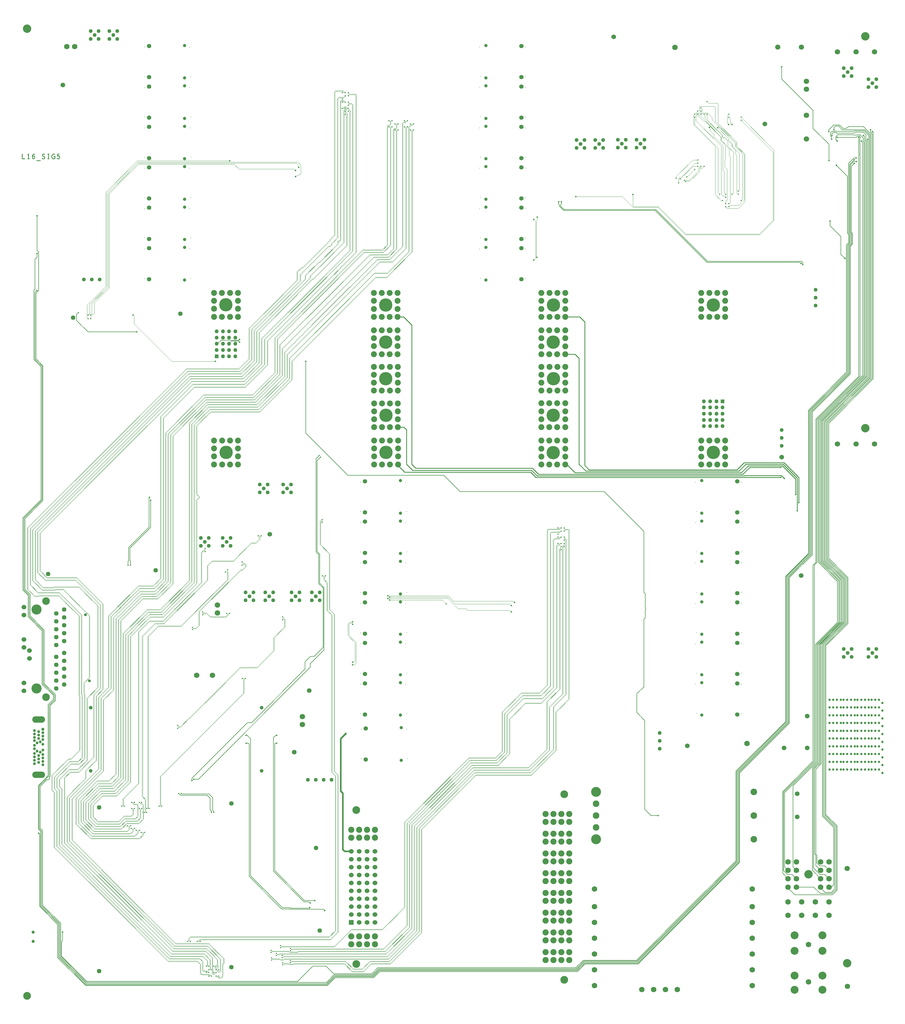
<source format=gbr>
G04 Created by GerbView*
%FSLAX35Y35*%
%MOMM*%
G75*
%ADD10C,0.0254*%
%ADD11C,0.4978*%
%ADD12C,0.1499*%
%ADD13C,1.2598*%
%ADD14C,0.4496*%
%ADD15C,0.0889*%
%ADD16C,1.2497*%
%ADD17C,1.4453*%
%ADD18C,2.4435*%
%ADD19C,0.0991*%
%ADD20C,1.5291*%
%ADD21C,0.9296*%
%ADD22R,0.9296X0.9296*%
%ADD23R,2.0726X2.0726*%
%ADD24C,2.0726*%
%ADD25C,0.1092*%
%ADD26C,1.7780*%
%ADD27C,1.9787*%
%ADD28C,0.7620*%
%ADD29R,1.5291X1.5291*%
%ADD30C,0.6985*%
%ADD31C,0.4978*%
%ADD32C,1.6993*%
%ADD33C,2.6975*%
%ADD34C,2.1082*%
%ADD35C,1.4986*%
%ADD36R,1.2598X1.2598*%
%ADD37C,0.2489*%
%ADD38C,1.8974*%
%ADD39C,2.5400*%
%ADD40C,2.4994*%
%ADD41C,3.1979*%
%ADD42C,1.0414*%
%ADD43C,1.4122*%
%ADD44C,0.9982*%
%ADD45C,4.2977*%
%ADD46C,1.7297*%
%ADD47C,1.6739*%
%ADD48C,1.1887*%
%ADD49C,1.4478*%
%ADD50C,0.2540*%
%ADD51C,3.2487*%
%ADD52C,0.9500*%
%ADD53C,2.4892*%
%LNEXPORT*%
D02*
D10*
D11*
X9118750Y2981250D03*
D10*
D12*
X8035500Y8377000D02*
X8008250D01*
X7931250Y8300000D01*
Y4006870D01*
X8919370Y3018750D01*
X9081250D01*
X9118750Y2981250D01*
D11*
X8035500Y8377000D03*
D12*
D11*
X8037500Y8123000D03*
D12*
X8037500Y8123000D02*
X7998000D01*
X7975000Y8100000D01*
Y4025000D01*
X8936470Y3063530D01*
X9135000D01*
X9267370D01*
D11*
X9267370Y3063530D03*
D12*
D11*
X9106250Y2831250D03*
D12*
X7052000Y8377000D02*
X7085500D01*
X7200000Y8262500D01*
Y3856250D01*
X8221870Y2834380D01*
X8471870D01*
X8487500Y2818750D01*
X9093750D01*
X9106250Y2831250D01*
D11*
X7052000Y8377000D03*
D12*
X7054250Y8123000D02*
X7120750D01*
X7156250Y8087500D01*
Y3838120D01*
X8200620Y2793750D01*
X8456250D01*
X8468750Y2781250D01*
X9135000D01*
X9550000D01*
X9587410Y2743840D01*
Y2743490D01*
D11*
X9587410Y2743490D03*
D12*
D11*
X7054250Y8123000D03*
D12*
D13*
X22197000Y18724000D03*
D12*
D13*
X21797000Y18724000D03*
D12*
D13*
X6306000Y20973000D03*
D12*
D13*
X6706000Y20973000D03*
D12*
X3941250Y16031250D02*
X3931250Y16021250D01*
Y15075320D01*
X3270000Y14414070D01*
Y13996250D01*
X3250000Y13976250D01*
Y13850000D01*
D11*
X3941250Y16031250D03*
D12*
D14*
X3250000Y13850000D03*
D12*
D11*
X3981250Y15937500D03*
D12*
X3981250Y15937500D02*
Y15068750D01*
X3310000Y14397500D01*
Y13996250D01*
X3330000Y13976250D01*
Y13850000D01*
D14*
X3330000Y13850000D03*
D12*
D15*
X8231250Y12192500D02*
Y12161000D01*
X8240250Y12152000D01*
X8268630D01*
X8306500Y12114130D01*
Y11860860D01*
X7956500Y11510860D01*
Y11100250D01*
X7406000Y10549750D01*
X6864130D01*
X5239130Y8924750D01*
X5226630D01*
X4942380Y8640500D01*
X4865250D01*
X4856250Y8631500D01*
Y8600000D01*
D14*
X4856250Y8600000D03*
D15*
D14*
X8231250Y12192500D03*
D15*
X8231250Y12092500D02*
Y12124000D01*
X8240250Y12133000D01*
X8260750D01*
X8287500Y12106250D01*
Y11868740D01*
X7937500Y11518740D01*
Y11108130D01*
X7398120Y10568750D01*
X6856250D01*
X5231250Y8943750D01*
X5218750D01*
X4934500Y8659500D01*
X4865250D01*
X4856250Y8668500D01*
Y8700000D01*
D14*
X4856250Y8700000D03*
D15*
D14*
X8231250Y12092500D03*
D15*
X6525000Y12300000D02*
X6493500D01*
X6484500Y12291000D01*
Y12257620D01*
X6408130Y12181250D01*
X5891870D01*
X5780120Y12293000D01*
X5670360D01*
X5661360Y12284000D01*
Y12252500D01*
D14*
X6525000Y12300000D03*
D15*
D14*
X5661360Y12252500D03*
D15*
X6425000Y12300000D02*
X6456500D01*
X6465500Y12291000D01*
Y12265500D01*
X6400250Y12200250D01*
X5899750D01*
X5788000Y12312000D01*
X5670360D01*
X5661360Y12321000D01*
Y12352500D01*
D14*
X6425000Y12300000D03*
D15*
D14*
X5661360Y12352500D03*
D15*
D16*
X9046000Y6950000D03*
D15*
X6930070Y13954100D02*
Y13926430D01*
X6950000Y13906500D01*
X7007880D01*
X7056500Y13857880D01*
Y13804620D01*
X6939130Y13687250D01*
X6882870D01*
X5550000Y12354380D01*
Y11910620D01*
X5444380Y11805000D01*
X5347140D01*
X5325000Y11782860D01*
D14*
X5325000Y11782860D03*
D15*
D14*
X6930070Y13954100D03*
D15*
X6930070Y13844100D02*
X6929200Y13844970D01*
Y13866700D01*
X6950000Y13887500D01*
X7000000D01*
X7037500Y13850000D01*
Y13812500D01*
X6931250Y13706250D01*
X6874990D01*
X5531000Y12362260D01*
Y11918500D01*
X5436500Y11824000D01*
X5347150D01*
X5325000Y11846150D01*
D14*
X5325000Y11846150D03*
D15*
D14*
X6930070Y13844100D03*
D15*
D17*
X1195000Y12423000D03*
D15*
D17*
X1195000Y11026000D03*
D15*
D18*
X611000Y9606500D03*
D15*
D18*
X611000Y12699500D03*
D15*
D12*
X5933110Y5901980D02*
Y5941890D01*
X5893750Y5981250D01*
Y6354000D01*
X5797750Y6450000D01*
X4943750D01*
X4887500Y6506250D01*
D14*
X5933110Y5901980D03*
D12*
D14*
X4887500Y6506250D03*
D12*
X4962500Y6506250D02*
X4981250Y6487500D01*
X5862500D01*
X5975000Y6375000D01*
Y6354000D01*
Y5968750D01*
X6013120Y5930630D01*
Y5901980D01*
D14*
X6013120Y5901980D03*
D12*
D14*
X4962500Y6506250D03*
D12*
X5306250Y6925000D02*
Y6997250D01*
X7096500Y8787500D01*
X7231250D01*
X8952600Y10508850D01*
Y10741250D01*
X9131350Y10920000D01*
X9245000D01*
X9532500Y11207500D01*
Y13118820D01*
X9395000Y13256320D01*
Y14193820D01*
X9307500Y14281320D01*
Y17281180D01*
X9406910Y17380590D01*
D11*
X5306250Y6925000D03*
D12*
D14*
X9406910Y17380590D03*
D12*
X9450000Y17331250D02*
X9337500Y17218750D01*
Y14293750D01*
X9425000Y14206250D01*
Y13268750D01*
X9562500Y13131250D01*
Y11123850D01*
X9120000Y10681350D01*
Y10570010D01*
X5518740Y6968750D01*
X5365620D01*
D11*
X5365620Y6968750D03*
D12*
D14*
X9450000Y17331250D03*
D12*
D16*
X9300000Y6950000D03*
D12*
D16*
X9554000Y6950000D03*
D12*
X20320060Y5800000D02*
X20093760D01*
X19893750Y6000010D01*
Y8856250D01*
X19637500Y9112500D01*
Y9712500D01*
X19862500Y9937500D01*
Y12112500D01*
X19906250Y12156250D01*
Y12418430D01*
X19920210Y12432390D01*
Y12467610D01*
X19906250Y12481570D01*
Y12721140D01*
X19917500Y12732390D01*
Y12767610D01*
X19906250Y12778860D01*
Y12931240D01*
X19862500Y12974990D01*
Y14943750D01*
X18587500Y16218750D01*
X13943750D01*
X13418750Y16743750D01*
X10331250D01*
X8975000Y18100000D01*
Y20406250D01*
D19*
X6062500Y20406250D02*
X4662490D01*
X3450000Y21618740D01*
Y21650000D01*
D15*
X3450000Y21650000D02*
Y21862500D01*
X3412500Y21900000D01*
X3410000D01*
D11*
X6062500Y20406250D03*
D15*
D11*
X8975000Y20406250D03*
D15*
D11*
X20320060Y5800000D03*
D15*
D11*
X3410000Y21900000D03*
D15*
D13*
X6306000Y21373000D03*
D15*
D13*
X6706000Y21173000D03*
D15*
D12*
X1650000Y21980000D02*
X1593750Y21923750D01*
Y21725000D01*
X1962500Y21356250D01*
X3531250D01*
D14*
X1650000Y21980000D03*
D12*
D16*
X1827250Y23043980D03*
D12*
D11*
X3531250Y21356250D03*
D12*
D19*
X23000000Y28262500D02*
X24050000Y27212500D01*
Y24937500D01*
X23593750Y24481250D01*
X21200000D01*
X20318750Y25362500D01*
X19518750D01*
X19168750Y25712500D01*
X17667500D01*
D14*
X23000000Y28262500D03*
D19*
D11*
X17667500Y25712500D03*
D19*
X23000000Y28162500D02*
X24025000Y27137500D01*
Y24947860D01*
X23583390Y24506250D01*
X21210360D01*
X20329110Y25387500D01*
X19531250D01*
X19509800Y25408950D01*
Y25775000D01*
D14*
X23000000Y28162500D03*
D19*
D11*
X19509800Y25775000D03*
D19*
D20*
X10949000Y3372500D03*
D19*
D20*
X10949000Y2610500D03*
D19*
D20*
X11203000Y2610500D03*
D19*
D20*
X10441000Y3118500D03*
D19*
D20*
X10695000Y3118500D03*
D19*
D20*
X10949000Y3118500D03*
D19*
D20*
X11203000Y3118500D03*
D19*
D20*
X10441000Y3880500D03*
D19*
D20*
X10695000Y3880500D03*
D19*
D20*
X10949000Y3626500D03*
D19*
D20*
X11203000Y3626500D03*
D19*
D20*
X11203000Y3372500D03*
D19*
D13*
X21997000Y18324000D03*
D19*
D13*
X22197000Y18324000D03*
D19*
D13*
X21797000Y18524000D03*
D19*
D13*
X21797000Y19124000D03*
D19*
D13*
X22197000Y19124000D03*
D19*
D13*
X6506000Y21373000D03*
D19*
D13*
X6706000Y20573000D03*
D19*
D13*
X6306000Y20573000D03*
D19*
D15*
X7025000Y10203270D02*
X6993500D01*
X6984500Y10194270D01*
Y9732630D01*
X4302660Y7050790D01*
Y6111130D01*
X4311660Y6102130D01*
X4333160D01*
D14*
X4333160Y6102130D03*
D15*
D14*
X7025000Y10203270D03*
D15*
X6925000Y10203270D02*
X6956500D01*
X6965500Y10194270D01*
Y9740510D01*
X4283660Y7058670D01*
Y6111130D01*
X4274660Y6102130D01*
X4253150D01*
D14*
X4253150Y6102130D03*
D15*
D14*
X6925000Y10203270D03*
D15*
D21*
X322500Y7870000D03*
D15*
D21*
X427500Y8167500D03*
D15*
D20*
X77000Y10848000D03*
D15*
D20*
X-00099999Y10060000D03*
D15*
D22*
X507500Y8572500D03*
D15*
D21*
X507500Y7427500D03*
D15*
D21*
X242500Y7465000D03*
D15*
D21*
X242500Y8535000D03*
D15*
D23*
X375000Y7110000D03*
D15*
D24*
X271250Y7110000D03*
D15*
D24*
X478750Y7110000D03*
D15*
D23*
X375000Y8890000D03*
D15*
D24*
X271250Y8890000D03*
D15*
D24*
X478750Y8890000D03*
D15*
D21*
X507500Y8242500D03*
D15*
D21*
X507500Y7757500D03*
D15*
D21*
X242500Y8205000D03*
D15*
D21*
X242500Y7795000D03*
D15*
D16*
X24300000Y17950000D03*
D15*
D16*
X24300000Y17696000D03*
D15*
D16*
X2181250Y30912500D03*
D15*
D16*
X2781250Y30912500D03*
D15*
D16*
X6425000Y14600000D03*
D15*
D16*
X5725000Y14600000D03*
D15*
X3933110Y6022120D02*
X3911610D01*
X3902610Y6031120D01*
Y11550750D01*
X4236350Y11884490D01*
X4965740D01*
X6468190Y13386940D01*
Y13635130D01*
X6435940Y13667380D01*
Y13680120D01*
X6458220Y13702400D01*
D14*
X3933110Y6022120D03*
D15*
D14*
X6458220Y13702400D03*
D15*
X3133000Y6102000D02*
X3111490Y6102050D01*
X3102540Y6111040D01*
Y6333790D01*
X3600000Y6831250D01*
Y11698130D01*
X3945370Y12043500D01*
X4382880D01*
X5625000Y13285620D01*
Y14250000D01*
X5701750Y14326750D01*
X5722250D01*
X5731250Y14317750D01*
Y14286250D01*
D14*
X3133000Y6102000D03*
D15*
D14*
X5731250Y14286250D03*
D15*
X3853100Y6022120D02*
X3874610D01*
X3883610Y6031120D01*
Y11558630D01*
X4228470Y11903490D01*
X4957860D01*
X6449190Y13394820D01*
Y13627250D01*
X6422500Y13653940D01*
X6409760D01*
X6387500Y13631680D01*
D14*
X3853100Y6022120D03*
D15*
D14*
X6387500Y13631680D03*
D15*
X3053000Y6102130D02*
X3067070D01*
X3083540Y6118600D01*
Y6341670D01*
X3581000Y6839130D01*
Y11706010D01*
X3937490Y12062500D01*
X4375000D01*
X5606000Y13293500D01*
Y14257880D01*
X5693870Y14345750D01*
X5722250D01*
X5731250Y14354750D01*
Y14386250D01*
D14*
X3053000Y6102130D03*
D15*
D14*
X5731250Y14386250D03*
D15*
D12*
X25862500Y24925000D02*
Y24768750D01*
X26206250Y24425000D01*
Y23848750D01*
X26337500Y23717500D01*
D11*
X25862500Y24925000D03*
D12*
D11*
X26337500Y23717500D03*
D12*
D15*
X11850000Y27850000D02*
X11881500D01*
X11890500Y27841000D01*
Y24032060D01*
X11633440Y23775000D01*
X11162240D01*
X8206500Y20819260D01*
Y19960570D01*
X7351930Y19106000D01*
X5781590D01*
X4687750Y18012160D01*
Y13266520D01*
X4202230Y12781000D01*
X3725340D01*
X3006750Y12062410D01*
Y7023330D01*
X2739670Y6756250D01*
X2308710D01*
X1803000Y6250540D01*
Y5624480D01*
X2145980Y5281500D01*
X3227130D01*
X3294000Y5348370D01*
Y5453500D01*
X3303000Y5462500D01*
X3339500D01*
D14*
X3339500Y5462500D03*
D15*
D14*
X11850000Y27850000D03*
D15*
X11650000Y27950000D02*
X11681500D01*
X11690500Y27941000D01*
Y24154150D01*
X11461350Y23925000D01*
X10843750D01*
X8050500Y21131750D01*
Y20025210D01*
X7287290Y19262000D01*
X5716950D01*
X4531750Y18076800D01*
Y13331160D01*
X4137590Y12937000D01*
X3660700D01*
X2850750Y12127050D01*
Y7132000D01*
X2637500Y6918750D01*
X2250570D01*
X1646990Y6315170D01*
Y5559850D01*
X2081340Y5125500D01*
X3464870D01*
X3579260Y5239890D01*
Y5310490D01*
X3588260Y5319490D01*
X3624760D01*
D14*
X3624760Y5319490D03*
D15*
D14*
X11650000Y27950000D03*
D15*
X11850000Y28050000D02*
X11881500D01*
X11890500Y28041000D01*
Y27928000D01*
X11870000Y27907500D01*
X11820010D01*
X11818760Y27906250D01*
X11818750D01*
X11793500Y27881000D01*
Y24045380D01*
X11598120Y23850000D01*
X11031250D01*
X8128500Y20947250D01*
Y19992890D01*
X7319610Y19184000D01*
X5749270D01*
X4609750Y18044480D01*
Y13298840D01*
X4169910Y12859000D01*
X3693020D01*
X2928750Y12094730D01*
Y7055650D01*
X2707350Y6834250D01*
X2276390D01*
X1724990Y6282850D01*
Y5592170D01*
X2113660Y5203500D01*
X3330380D01*
X3419000Y5292120D01*
Y5369740D01*
X3428000Y5378740D01*
X3464500D01*
D14*
X3464500Y5378740D03*
D15*
D14*
X11850000Y28050000D03*
D15*
X11650000Y28150000D02*
X11681500D01*
X11690500Y28141000D01*
Y28034250D01*
X11668750Y28012500D01*
X11618750D01*
X11593500Y27987250D01*
Y24156730D01*
X11436770Y24000000D01*
X10808430D01*
X7972490Y21164080D01*
Y20057520D01*
X7254970Y19340000D01*
X5684630D01*
X4453750Y18109120D01*
Y13363480D01*
X4105270Y13015000D01*
X3628380D01*
X2772750Y12159370D01*
Y9841510D01*
X2449750Y9518510D01*
Y7237250D01*
X1568990Y6356490D01*
Y5527530D01*
X2049020Y5047500D01*
X3618120D01*
X3742010Y5171390D01*
Y5242000D01*
X3751010Y5251000D01*
X3787510D01*
D14*
X3787510Y5251000D03*
D15*
D14*
X11650000Y28150000D03*
D15*
X11950000Y27850000D02*
X11918500D01*
X11909500Y27841000D01*
Y24024180D01*
X11641320Y23756000D01*
X11170120D01*
X8225500Y20811380D01*
Y19952690D01*
X7359810Y19087000D01*
X5789470D01*
X4706750Y18004280D01*
Y13258640D01*
X4210110Y12762000D01*
X3733220D01*
X3025750Y12054530D01*
Y7015450D01*
X2747550Y6737250D01*
X2316590D01*
X1822000Y6242660D01*
Y5632360D01*
X2153860Y5300500D01*
X3219250D01*
X3275000Y5356250D01*
Y5453500D01*
X3266000Y5462500D01*
X3229500D01*
D14*
X3229500Y5462500D03*
D15*
D14*
X11950000Y27850000D03*
D15*
X11750000Y27950000D02*
X11718500D01*
X11709500Y27941000D01*
Y24146270D01*
X11469230Y23906000D01*
X10851630D01*
X8069500Y21123870D01*
Y20017330D01*
X7295170Y19243000D01*
X5724830D01*
X4550750Y18068920D01*
Y13323280D01*
X4145470Y12918000D01*
X3668580D01*
X2869750Y12119170D01*
Y7124120D01*
X2645380Y6899750D01*
X2258450D01*
X1665990Y6307290D01*
Y5567730D01*
X2089220Y5144500D01*
X3456990D01*
X3560260Y5247770D01*
Y5310490D01*
X3551260Y5319490D01*
X3514760D01*
D14*
X3514760Y5319490D03*
D15*
D14*
X11750000Y27950000D03*
D15*
X11950000Y28050000D02*
X11918500D01*
X11909500Y28041000D01*
Y27920120D01*
X11877880Y27888500D01*
X11827890D01*
X11826640Y27887250D01*
X11826630D01*
X11812500Y27873120D01*
Y24037500D01*
X11606000Y23831000D01*
X11039130D01*
X8147500Y20939370D01*
Y19985010D01*
X7327490Y19165000D01*
X5757150D01*
X4628750Y18036600D01*
Y13290960D01*
X4177790Y12840000D01*
X3700900D01*
X2947750Y12086850D01*
Y7047770D01*
X2715230Y6815250D01*
X2284270D01*
X1743990Y6274970D01*
Y5600050D01*
X2121540Y5222500D01*
X3322500D01*
X3400000Y5300000D01*
Y5369740D01*
X3391000Y5378740D01*
X3354500D01*
D14*
X3354500Y5378740D03*
D15*
D14*
X11950000Y28050000D03*
D15*
X11750000Y28150000D02*
X11718500D01*
X11709500Y28141000D01*
Y28026370D01*
X11676630Y27993500D01*
X11626630D01*
X11612500Y27979370D01*
Y24148850D01*
X11444650Y23981000D01*
X10816310D01*
X7991490Y21156200D01*
Y20049640D01*
X7262850Y19321000D01*
X5692510D01*
X4472750Y18101240D01*
Y13355600D01*
X4113150Y12996000D01*
X3636260D01*
X2791750Y12151490D01*
Y9833630D01*
X2468750Y9510630D01*
Y7229370D01*
X1587990Y6348610D01*
Y5535410D01*
X2056900Y5066500D01*
X3610240D01*
X3723010Y5179270D01*
Y5242000D01*
X3714010Y5251000D01*
X3677510D01*
D14*
X3677510Y5251000D03*
D15*
D14*
X11750000Y28150000D03*
D15*
X12350000Y27850000D02*
X12381500D01*
X12390500Y27841000D01*
Y23936430D01*
X11572820Y23118750D01*
X11223120D01*
X8518500Y20414130D01*
Y19826630D01*
X7485870Y18794000D01*
X5910870D01*
X5449750Y18332880D01*
Y16137360D01*
X5527710Y16059400D01*
Y16023840D01*
X5449750Y15945880D01*
Y13264140D01*
X4379360Y12193750D01*
X3958420D01*
X3503000Y11738330D01*
Y11736140D01*
X3318750Y11551890D01*
Y6879350D01*
X2877150Y6437750D01*
X2431500D01*
X2118500Y6124750D01*
Y5750260D01*
X2275260Y5593500D01*
X2945380D01*
X3114130Y5762250D01*
X3114420D01*
X3117420Y5765250D01*
X3354630D01*
X3422550Y5833170D01*
Y6013120D01*
X3431550Y6022120D01*
X3453050D01*
D14*
X12350000Y27850000D03*
D15*
D14*
X3453050Y6022120D03*
D15*
X12150000Y27950000D02*
X12181500D01*
X12190500Y27941000D01*
Y24048930D01*
X11760570Y23619000D01*
X11354870D01*
X8362500Y20626630D01*
Y19891270D01*
X7421230Y18950000D01*
X5846230D01*
X5293750Y18397520D01*
Y13328780D01*
X4317970Y12353000D01*
X3897030D01*
X3347000Y11802970D01*
Y11800780D01*
X3162750Y11616530D01*
Y6943990D01*
X2812510Y6593750D01*
X2366860D01*
X1962500Y6189390D01*
Y5685620D01*
X2210620Y5437500D01*
X3010310D01*
X3181810Y5609000D01*
X3554630D01*
X3662750Y5717120D01*
Y5991790D01*
X3693080Y6022120D01*
D14*
X3693080Y6022120D03*
D15*
D14*
X12150000Y27950000D03*
D15*
X12350000Y28050000D02*
X12381500D01*
X12390500Y28041000D01*
Y28028270D01*
X12374730Y28012500D01*
X12371900D01*
X12367400Y28008000D01*
X12339250D01*
X12286000Y27954750D01*
Y23942250D01*
X11600000Y23256250D01*
X11182120D01*
X8440500Y20514630D01*
Y19858950D01*
X7453550Y18872000D01*
X5878550D01*
X5371750Y18365200D01*
Y13296460D01*
X4350290Y12275000D01*
X3929350D01*
X3425000Y11770650D01*
Y11768460D01*
X3240750Y11584210D01*
Y6911670D01*
X2844830Y6515750D01*
X2399180D01*
X2040500Y6157070D01*
Y5717940D01*
X2242940Y5515500D01*
X2977990D01*
X3149740Y5687250D01*
X3495380D01*
X3577070Y5768940D01*
Y6137310D01*
X3545380Y6169000D01*
X3439130D01*
X3422550Y6185580D01*
Y6213020D01*
X3431550Y6222020D01*
X3453050D01*
D14*
X12350000Y28050000D03*
D15*
D14*
X3453050Y6222020D03*
D15*
X12150000Y28150000D02*
X12181500D01*
X12190500Y28141000D01*
Y28128270D01*
X12174730Y28112500D01*
X12171900D01*
X12167400Y28108000D01*
X12120500D01*
X12081250Y28068750D01*
Y24112490D01*
X11665760Y23697000D01*
X11278250D01*
X8284500Y20703250D01*
Y19928250D01*
X7384250Y19028000D01*
X5813910D01*
X5215750Y18429840D01*
Y13361100D01*
X4285650Y12431000D01*
X3864710D01*
X3846460Y12412750D01*
X3843990D01*
X3084750Y11653510D01*
Y6991000D01*
X2768750Y6675000D01*
X2337780D01*
X1881000Y6218220D01*
Y5656800D01*
X2178300Y5359500D01*
X3042630D01*
X3214130Y5531000D01*
X3595380D01*
X3750250Y5685870D01*
Y5873900D01*
X3737090Y5887060D01*
Y5916900D01*
X3749590Y5929400D01*
Y6133540D01*
X3703110Y6180020D01*
X3678110D01*
X3662580Y6195550D01*
Y6213020D01*
X3671580Y6222020D01*
X3693080D01*
D14*
X12150000Y28150000D03*
D15*
D14*
X3693080Y6222020D03*
D15*
X12450000Y27850000D02*
X12418500D01*
X12409500Y27841000D01*
Y23944310D01*
X12409510Y23944300D01*
Y23940380D01*
X12409500Y23940370D01*
Y23928550D01*
X11580700Y23099750D01*
X11231000D01*
X8537500Y20406250D01*
Y19818750D01*
X7493750Y18775000D01*
X5918750D01*
X5468750Y18325000D01*
Y16145240D01*
X5546710Y16067280D01*
Y16015960D01*
X5468750Y15938000D01*
Y13256260D01*
X4387240Y12174750D01*
X3966300D01*
X3522000Y11730450D01*
Y11728260D01*
X3337750Y11544010D01*
Y6871470D01*
X2885030Y6418750D01*
X2439380D01*
X2137500Y6116870D01*
Y5758140D01*
X2283140Y5612500D01*
X2937500D01*
X3106250Y5781250D01*
X3106540D01*
X3109540Y5784250D01*
X3346750D01*
X3403550Y5841050D01*
Y6013120D01*
X3394550Y6022120D01*
X3373040D01*
D14*
X12450000Y27850000D03*
D15*
D14*
X3373040Y6022120D03*
D15*
X12250000Y27950000D02*
X12218500D01*
X12209500Y27941000D01*
Y24041050D01*
X11768450Y23600000D01*
X11362750D01*
X8381500Y20618750D01*
Y19883390D01*
X7429110Y18931000D01*
X5854110D01*
X5312750Y18389640D01*
Y13320900D01*
X4325850Y12334000D01*
X3904910D01*
X3366000Y11795090D01*
Y11792900D01*
X3181750Y11608650D01*
Y6936110D01*
X2820390Y6574750D01*
X2374740D01*
X1981500Y6181510D01*
Y5693500D01*
X2218500Y5456500D01*
X3002430D01*
X3173930Y5628000D01*
X3546750D01*
X3643750Y5725000D01*
Y5991440D01*
X3613070Y6022120D01*
D14*
X3613070Y6022120D03*
D15*
D14*
X12250000Y27950000D03*
D15*
X12450000Y28050000D02*
X12418500D01*
X12409500Y28041000D01*
Y28020390D01*
X12382610Y27993500D01*
X12379780D01*
X12375280Y27989000D01*
X12347130D01*
X12305000Y27946870D01*
Y23934370D01*
X11607880Y23237250D01*
X11190000D01*
X8459500Y20506750D01*
Y19851070D01*
X7461430Y18853000D01*
X5886430D01*
X5390750Y18357320D01*
Y13288580D01*
X4358170Y12256000D01*
X3937230D01*
X3444000Y11762770D01*
Y11760580D01*
X3259750Y11576330D01*
Y6903790D01*
X2852710Y6496750D01*
X2407060D01*
X2059500Y6149190D01*
Y5725820D01*
X2250820Y5534500D01*
X2970110D01*
X3141860Y5706250D01*
X3487500D01*
X3558070Y5776820D01*
Y6129430D01*
X3537500Y6150000D01*
X3431250D01*
X3403550Y6177700D01*
Y6213020D01*
X3394550Y6222020D01*
X3373040D01*
D14*
X12450000Y28050000D03*
D15*
D14*
X3373040Y6222020D03*
D15*
X12250000Y28150000D02*
X12218500D01*
X12209500Y28141000D01*
Y28120390D01*
X12182610Y28093500D01*
X12179780D01*
X12175280Y28089000D01*
X12128380D01*
X12100250Y28060870D01*
Y24104610D01*
X11673640Y23678000D01*
X11286130D01*
X8303500Y20695370D01*
Y19920370D01*
X7392130Y19009000D01*
X5821790D01*
X5234750Y18421960D01*
Y13353220D01*
X4293530Y12412000D01*
X3872590D01*
X3854340Y12393750D01*
X3851870D01*
X3103750Y11645630D01*
Y6983120D01*
X2776630Y6656000D01*
X2345660D01*
X1900000Y6210340D01*
Y5664680D01*
X2186180Y5378500D01*
X3034750D01*
X3206250Y5550000D01*
X3587500D01*
X3731250Y5693750D01*
Y5866020D01*
X3718090Y5879180D01*
Y5924780D01*
X3730590Y5937280D01*
Y6125660D01*
X3695230Y6161020D01*
X3670230D01*
X3643580Y6187670D01*
Y6213020D01*
X3634580Y6222020D01*
X3613070D01*
D14*
X12250000Y28150000D03*
D15*
D14*
X3613070Y6222020D03*
D15*
D21*
X507500Y7537500D03*
D15*
D21*
X507500Y7647500D03*
D15*
D21*
X242500Y8425000D03*
D15*
D21*
X242500Y8315000D03*
D15*
D11*
X22593750Y28031250D03*
D15*
D25*
X22593750Y28031250D02*
X22550000Y28075000D01*
Y28312500D01*
X22600000Y28362500D01*
D14*
X22600000Y28362500D03*
D25*
D16*
X7162500Y12850000D03*
D25*
D17*
X1195000Y11407000D03*
D25*
D17*
X941000Y11534000D03*
D25*
D17*
X941000Y11788000D03*
D25*
D17*
X1195000Y11915000D03*
D25*
D19*
X22900000Y25785000D02*
X22850000Y25835000D01*
Y27037180D01*
X22816250Y27070930D01*
Y27190000D01*
X22690000Y27316250D01*
Y27391570D01*
X22460320Y27621250D01*
X22419680D01*
X22396250Y27644680D01*
Y27691240D01*
X21900000Y28187490D01*
Y28362500D01*
D14*
X21900000Y28362500D03*
D19*
D14*
X22900000Y25785000D03*
D19*
X23000000Y25585000D02*
X23037500Y25622500D01*
Y27085530D01*
X22806250Y27316780D01*
Y27431250D01*
X22056250Y28181250D01*
Y28259290D01*
X21915540Y28400000D01*
X21737500D01*
X21700000Y28362500D01*
D14*
X23000000Y25585000D03*
D19*
D14*
X21700000Y28362500D03*
D19*
X22700000Y25785000D02*
X22740000Y25825000D01*
Y27147500D01*
X22565000Y27322500D01*
Y27488280D01*
X22452030Y27601250D01*
X22411390D01*
X22376250Y27636390D01*
Y27680000D01*
X21831250Y28225000D01*
Y28331250D01*
X21800000Y28362500D01*
D14*
X21800000Y28362500D03*
D19*
D14*
X22700000Y25785000D03*
D19*
X21900000Y28762500D02*
X21950000Y28712500D01*
X22231250D01*
X22250000Y28693750D01*
Y28068740D01*
X22856250Y27462490D01*
Y27337500D01*
X23112500Y27081250D01*
Y25537490D01*
X22900010Y25325000D01*
X22556250D01*
X22500000Y25381250D01*
Y25385000D01*
D14*
X21900000Y28762500D03*
D19*
D14*
X22500000Y25385000D03*
D19*
X22400000Y25585000D02*
X22346960D01*
X22156250Y25775710D01*
Y27329100D01*
X21462500Y28022850D01*
Y28325000D01*
X21500000Y28362500D01*
D14*
X21500000Y28362500D03*
D19*
D14*
X22400000Y25585000D03*
D19*
X21700000Y28562500D02*
X21737500Y28525000D01*
Y28446960D01*
X21690540Y28400000D01*
X21584460D01*
X21562500Y28378040D01*
Y28346960D01*
X21584460Y28325000D01*
X21590540D01*
X21786250Y28129290D01*
X21833530D01*
X22336250Y27626570D01*
Y27516390D01*
X22490000Y27362640D01*
Y26928040D01*
X22462500Y26900540D01*
Y26669460D01*
X22500710Y26631250D01*
X22506790D01*
X22540000Y26598040D01*
Y25602500D01*
X22500000Y25562500D01*
Y25485000D01*
D14*
X21700000Y28562500D03*
D19*
D14*
X22500000Y25485000D03*
D19*
X21500000Y28262500D02*
Y28018760D01*
X22250000Y27268760D01*
Y25835000D01*
X22300000Y25785000D01*
D14*
X21500000Y28262500D03*
D19*
D14*
X22300000Y25785000D03*
D19*
X22600000Y25385000D02*
X22603750D01*
X22650000Y25431250D01*
X22918760D01*
X23087500Y25599990D01*
Y27070890D01*
X22831250Y27327140D01*
Y27445890D01*
X22156250Y28120890D01*
Y28593750D01*
X22137500Y28612500D01*
X21660000D01*
X21650000Y28602500D01*
Y28472500D01*
X21660000Y28462500D01*
X21700000D01*
D14*
X21700000Y28462500D03*
D19*
D14*
X22600000Y25385000D03*
D19*
X21600000Y28462500D02*
X21542500Y28405000D01*
Y28151250D01*
X22350000Y27343750D01*
Y25781960D01*
X22400710Y25731250D01*
X22453750D01*
X22500000Y25685000D01*
D14*
X21600000Y28462500D03*
D19*
D14*
X22500000Y25685000D03*
D19*
X22500000Y25785000D02*
Y25787500D01*
X22450000Y25837500D01*
Y26518760D01*
X22406250Y26562510D01*
Y27350000D01*
X22112500Y27643750D01*
Y27706250D01*
X21987500Y27831250D01*
Y27918750D01*
X21968750Y27937500D01*
D11*
X21968750Y27937500D03*
D19*
D14*
X22500000Y25785000D03*
D19*
X22243750Y27925000D02*
X22586250Y27582500D01*
Y27534680D01*
X22710000Y27410930D01*
Y27327500D01*
X22937500Y27100000D01*
Y25922500D01*
X22900000Y25885000D01*
D11*
X22243750Y27925000D03*
D19*
D14*
X22900000Y25885000D03*
D19*
X21600000Y28362500D02*
X21643750Y28318750D01*
X21672360D01*
X22356250Y27634860D01*
Y27524680D01*
X22521570Y27359360D01*
Y27337640D01*
X22610000Y27249210D01*
Y27027180D01*
X22640000Y26997180D01*
Y25525000D01*
X22600000Y25485000D01*
D14*
X21600000Y28362500D03*
D19*
D14*
X22600000Y25485000D03*
D19*
D15*
X5583060Y1750000D02*
X5551560D01*
X5542560Y1759000D01*
Y1778190D01*
X5564120Y1799750D01*
X9770390D01*
X10018190Y2047550D01*
Y7106820D01*
X9899440Y7225570D01*
Y12284520D01*
X9750000Y12433960D01*
Y14223340D01*
X9450000Y14523340D01*
Y15256500D01*
X9459000Y15265500D01*
X9488500D01*
X9497500Y15256500D01*
Y15225000D01*
D14*
X9497500Y15225000D03*
D15*
D14*
X5583060Y1750000D03*
D15*
X5483060Y1750000D02*
X5514560D01*
X5523560Y1759000D01*
Y1786070D01*
X5556240Y1818750D01*
X9762510D01*
X9999190Y2055430D01*
Y7098940D01*
X9880440Y7217690D01*
Y12276640D01*
X9731000Y12426080D01*
Y14215460D01*
X9431000Y14515460D01*
Y15264380D01*
X9451120Y15284500D01*
X9488500D01*
X9497500Y15293500D01*
Y15325000D01*
D14*
X9497500Y15325000D03*
D15*
D14*
X5483060Y1750000D03*
D15*
D12*
X25918750Y27677500D02*
Y27725000D01*
X25967500Y27773750D01*
X26045320D01*
X26069690Y27749380D01*
X26636880D01*
X26667500Y27780000D01*
X26932490D01*
X27011250Y27701240D01*
Y27509890D01*
X27025000Y27496140D01*
Y19933220D01*
X25587500Y18495720D01*
Y13987500D01*
X26212500Y13362500D01*
Y12015200D01*
X25500000Y11302700D01*
Y7487490D01*
X25325000Y7312490D01*
Y4111700D01*
X25536700Y3900000D01*
X25691000D01*
X25826000Y3765000D01*
D11*
X25918750Y27677500D03*
D12*
D26*
X25826000Y3765000D03*
D12*
X26937500Y27677500D02*
X26968750Y27646250D01*
Y27517030D01*
X26987500Y27498280D01*
Y19943580D01*
X25550000Y18506080D01*
Y13975000D01*
X26175000Y13350000D01*
Y12013060D01*
X25462500Y11300560D01*
Y7499990D01*
X25287500Y7324990D01*
Y4033500D01*
X25556000Y3765000D01*
D11*
X26937500Y27677500D03*
D12*
D26*
X25556000Y3765000D03*
D12*
X24776000Y3765000D02*
X24641000Y3900000D01*
X24486700D01*
X24362500Y4024200D01*
Y6549990D01*
X25350000Y7537490D01*
Y13852140D01*
X25437500Y13939640D01*
Y18537160D01*
X26825000Y19924660D01*
Y27425000D01*
X26818750Y27431250D01*
Y27581250D01*
X26835690Y27598190D01*
Y27633050D01*
X26808740Y27660000D01*
X26747490D01*
X26704990Y27617500D01*
X26084500D01*
D11*
X26084500Y27617500D03*
D12*
D26*
X24776000Y3765000D03*
D12*
X26781250Y27617500D02*
Y27102610D01*
X26788750Y27095110D01*
Y27059890D01*
X26781250Y27052390D01*
Y19931250D01*
X25400000Y18550000D01*
Y13937500D01*
X25312500Y13850000D01*
Y7549990D01*
X24331250Y6568740D01*
Y3939750D01*
X24506000Y3765000D01*
D11*
X26781250Y27617500D03*
D12*
D26*
X24506000Y3765000D03*
D12*
X25906250Y27557500D02*
Y27629890D01*
X25876250Y27659890D01*
Y27763750D01*
X25925000Y27812500D01*
X26625000D01*
X26637500Y27825000D01*
X26956250D01*
X27100000Y27681250D01*
Y19912500D01*
X25662500Y18475000D01*
Y14012500D01*
X26287500Y13387500D01*
Y12019480D01*
X25575000Y11306980D01*
Y7462490D01*
X25400000Y7287490D01*
Y4556250D01*
X25437500Y4518750D01*
Y4269200D01*
X25531700Y4175000D01*
X25686000D01*
X25826000Y4035000D01*
D11*
X25906250Y27557500D03*
D12*
D26*
X25826000Y4035000D03*
D12*
X25556000Y4035000D02*
X25400000Y4191000D01*
Y4520890D01*
X25362500Y4558390D01*
Y7299990D01*
X25537500Y7474990D01*
Y11304840D01*
X26250000Y12017340D01*
Y13375000D01*
X25625000Y14000000D01*
Y18485360D01*
X27062500Y19922860D01*
Y27545000D01*
X27057500Y27550000D01*
D11*
X27057500Y27550000D03*
D12*
D26*
X25556000Y4035000D03*
D12*
X26084500Y27497500D02*
X26042000Y27540000D01*
Y27635110D01*
X26106890Y27700000D01*
X26600010D01*
X26612010Y27688000D01*
X26725510D01*
X26737510Y27700000D01*
X26825010D01*
X26926250Y27598760D01*
Y27486250D01*
X26950000Y27462500D01*
Y19953940D01*
X25512500Y18516440D01*
Y13962500D01*
X26137500Y13337500D01*
Y12010920D01*
X25425000Y11298420D01*
Y7512490D01*
X24666900Y6754390D01*
Y4144100D01*
X24776000Y4035000D01*
D11*
X26084500Y27497500D03*
D12*
D26*
X24776000Y4035000D03*
D12*
X26862500Y27500000D02*
X26912500Y27450000D01*
Y19964300D01*
X25475000Y18526800D01*
Y13950000D01*
X26099960Y13325040D01*
Y12008740D01*
X25387500Y11296280D01*
Y7524990D01*
X24396900Y6534390D01*
Y4144100D01*
X24506000Y4035000D01*
D11*
X26862500Y27500000D03*
D12*
D26*
X24506000Y4035000D03*
D12*
D27*
X17462000Y3309000D03*
D12*
D27*
X17462000Y3055000D03*
D12*
D27*
X17208000Y3309000D03*
D12*
D27*
X17208000Y3055000D03*
D12*
D27*
X16954000Y3309000D03*
D12*
D27*
X16700000Y3309000D03*
D12*
D27*
X16954000Y3055000D03*
D12*
D27*
X16700000Y3055000D03*
D12*
D20*
X77000Y11102000D03*
D12*
D20*
X-00099999Y9806000D03*
D12*
D27*
X17462000Y5849000D03*
D12*
D27*
X17462000Y5595000D03*
D12*
D27*
X17208000Y5849000D03*
D12*
D27*
X17208000Y5595000D03*
D12*
D27*
X16954000Y5849000D03*
D12*
D27*
X16700000Y5849000D03*
D12*
D27*
X16954000Y5595000D03*
D12*
D27*
X16700000Y5595000D03*
D12*
D16*
X2335250Y23043980D03*
D12*
D27*
X17462000Y4579000D03*
D12*
D27*
X17462000Y4325000D03*
D12*
D27*
X17208000Y4579000D03*
D12*
D27*
X17208000Y4325000D03*
D12*
D27*
X16954000Y4579000D03*
D12*
D27*
X16700000Y4579000D03*
D12*
D27*
X16954000Y4325000D03*
D12*
D27*
X16700000Y4325000D03*
D12*
D27*
X17462000Y2039000D03*
D12*
D27*
X17462000Y1785000D03*
D12*
D27*
X17208000Y2039000D03*
D12*
D27*
X17208000Y1785000D03*
D12*
D27*
X16954000Y2039000D03*
D12*
D27*
X16700000Y2039000D03*
D12*
D27*
X16954000Y1785000D03*
D12*
D27*
X16700000Y1785000D03*
D12*
D11*
X22700000Y28031250D03*
D12*
D25*
X22700000Y28031250D02*
X22643750Y28087500D01*
Y28218750D01*
X22600000Y28262500D01*
D14*
X22600000Y28262500D03*
D25*
D19*
X20900000Y26306250D02*
Y26350010D01*
X21434990Y26885000D01*
X21600000D01*
D14*
X20900000Y26306250D03*
D19*
D14*
X21600000Y26885000D03*
D19*
D13*
X21797000Y18924000D03*
D19*
D13*
X22197000Y18924000D03*
D19*
D13*
X6706000Y20773000D03*
D19*
D13*
X6306000Y20773000D03*
D19*
X21247370Y26343750D02*
X21258750D01*
X21500000Y26585000D01*
D14*
X21247370Y26343750D03*
D19*
D14*
X21500000Y26585000D03*
D19*
D20*
X10441000Y2610500D03*
D19*
D20*
X10695000Y2610500D03*
D19*
D17*
X1195000Y10010000D03*
D19*
D17*
X941000Y10137000D03*
D19*
D17*
X941000Y10391000D03*
D19*
D17*
X1195000Y10518000D03*
D19*
D17*
X1195000Y10264000D03*
D19*
D17*
X941000Y10645000D03*
D19*
D17*
X1195000Y10772000D03*
D19*
D17*
X941000Y10899000D03*
D19*
D28*
X27313000Y8275000D03*
D19*
D28*
X27433000Y8275000D03*
D19*
D28*
X26863000Y8275000D03*
D19*
D28*
X26983000Y8275000D03*
D19*
D13*
X22397000Y18724000D03*
D19*
D11*
X6843750Y21113640D03*
D19*
D12*
X6843750Y21113640D02*
X6817610Y21087500D01*
X6250000D01*
X6135500Y20973000D01*
X6106000D01*
D13*
X6106000Y20973000D03*
D12*
D13*
X21997000Y18924000D03*
D12*
D13*
X6506000Y20773000D03*
D12*
D29*
X10441000Y2356500D03*
D12*
D20*
X10695000Y2356500D03*
D12*
D20*
X10949000Y2356500D03*
D12*
D20*
X11203000Y2356500D03*
D12*
D20*
X10949000Y2864500D03*
D12*
D20*
X11203000Y2864500D03*
D12*
D20*
X10441000Y2864500D03*
D12*
D20*
X10695000Y2864500D03*
D12*
D13*
X22397000Y18924000D03*
D12*
D13*
X21997000Y18724000D03*
D12*
D11*
X6843750Y21031370D03*
D12*
X6843750Y21031370D02*
X6817620Y21057500D01*
X6587670D01*
X6506000Y20975830D01*
Y20973000D01*
D13*
X6506000Y20973000D03*
D12*
D25*
X11618750Y12866970D02*
X11987460D01*
X11994500Y12859930D01*
X12050500D01*
X12057540Y12866970D01*
X13564280D01*
X13731250Y12700000D01*
X15643750D01*
X15693750Y12650000D01*
X15700000D01*
D11*
X11618750Y12866970D03*
D25*
D11*
X15700000Y12650000D03*
D25*
X13500000Y12600000D02*
X13368750Y12731250D01*
X12059320D01*
X12050500Y12740070D01*
X11994500D01*
X11985680Y12731250D01*
X11675000D01*
D11*
X11675000Y12731250D03*
D25*
D14*
X13500000Y12600000D03*
D25*
X15600000Y12550000D02*
X15550000Y12600000D01*
X13781250D01*
X13561000Y12820250D01*
X11676500D01*
D11*
X15600000Y12550000D03*
D25*
D11*
X11676500Y12820250D03*
D25*
X8750000Y26650000D02*
X8731250Y26668750D01*
Y26725000D01*
X8671320Y26784930D01*
X3575640D01*
X2606250Y25815540D01*
Y22790540D01*
X2087500Y22271790D01*
Y22225000D01*
D15*
X2087500Y22225000D02*
Y21937500D01*
X2050000Y21900000D01*
D11*
X8750000Y26650000D03*
D15*
D14*
X2050000Y21900000D03*
D15*
D25*
X8650000Y26350000D02*
X8693750Y26393750D01*
X8750000D01*
X8812500Y26456250D01*
Y26731250D01*
X8721320Y26822430D01*
X3560100D01*
X2568750Y25831080D01*
Y22806080D01*
X2012500Y22249830D01*
Y22225000D01*
D15*
X2012500Y22225000D02*
Y21937500D01*
X1975000Y21900000D01*
X1970000D01*
D11*
X8650000Y26350000D03*
D15*
D14*
X1970000Y21900000D03*
D15*
D25*
X8650000Y26550000D02*
X8600000Y26600000D01*
X6818750D01*
X6671320Y26747430D01*
X3591180D01*
X2643750Y25800000D01*
Y22775000D01*
X2168750Y22300000D01*
Y22225000D01*
D15*
X2168750Y22225000D02*
Y21950000D01*
X2156250Y21937500D01*
X2112960D01*
X2086000Y21910540D01*
Y21885080D01*
X2050000Y21849080D01*
Y21780000D01*
D11*
X8650000Y26550000D03*
D15*
D14*
X2050000Y21780000D03*
D15*
X8212500Y1227770D02*
X8237480Y1252750D01*
X11608050D01*
X12478500Y2123200D01*
Y5446960D01*
X14359290Y7327750D01*
X16146790D01*
X16750500Y7931460D01*
Y9450500D01*
X17162500Y9862500D01*
Y14328100D01*
X17158000Y14332600D01*
Y14367400D01*
X17162500Y14371900D01*
Y14374730D01*
X17178270Y14390500D01*
X17191000D01*
X17200000Y14381500D01*
Y14350000D01*
D14*
X8212500Y1227770D03*
D15*
D14*
X17200000Y14350000D03*
D15*
X17200000Y14450000D02*
Y14418500D01*
X17191000Y14409500D01*
X17170390D01*
X17143500Y14382610D01*
Y14379780D01*
X17139000Y14375280D01*
Y14324720D01*
X17143500Y14320220D01*
Y9870380D01*
X16731500Y9458380D01*
Y7939340D01*
X16138910Y7346750D01*
X14351410D01*
X12459500Y5454840D01*
Y2131080D01*
X11600170Y1271750D01*
X8237480D01*
X8212500Y1296730D01*
D14*
X8212500Y1296730D03*
D15*
D14*
X17200000Y14450000D03*
D15*
X10250000Y28350000D02*
Y28380000D01*
X10260500Y28390500D01*
X10274350D01*
X10284650Y28380200D01*
Y28376160D01*
X10293000Y28367810D01*
Y28332190D01*
X10284650Y28323840D01*
Y24140190D01*
X9214330Y23069870D01*
X9190200D01*
X7463010Y21342680D01*
Y20369240D01*
X6952410Y19858640D01*
X5265230D01*
X331750Y14925160D01*
Y13615650D01*
X510850Y13436550D01*
Y13433020D01*
X559420Y13384450D01*
X562950D01*
X587100Y13360300D01*
X1561460D01*
X2350500Y12571260D01*
Y9891240D01*
X2137750Y9678490D01*
Y7680800D01*
X1662700Y7205750D01*
X1387700D01*
X1194250Y7012300D01*
Y4912000D01*
X4680750Y1425500D01*
X5741910D01*
X5961750Y1205660D01*
Y1183980D01*
X5962110Y1183620D01*
Y1114690D01*
X5962250Y1114550D01*
Y978450D01*
X5958120Y974320D01*
Y928720D01*
X5962250Y924590D01*
Y853410D01*
X5969110Y846550D01*
Y816710D01*
X5962250Y809850D01*
Y707370D01*
X5982370Y687250D01*
X6027870D01*
X6062630Y722010D01*
Y742620D01*
X6071630Y751620D01*
X6093130D01*
D14*
X10250000Y28350000D03*
D15*
D14*
X6093130Y751620D03*
D15*
X10250000Y28450000D02*
Y28420000D01*
X10260500Y28409500D01*
X10282240D01*
X10303650Y28388090D01*
Y28384050D01*
X10312000Y28375700D01*
Y28324300D01*
X10303650Y28315950D01*
Y24132300D01*
X9222220Y23050870D01*
X9198090D01*
X7482010Y21334790D01*
Y20361360D01*
X6960290Y19839640D01*
X5273110D01*
X350750Y14917280D01*
Y13623530D01*
X437510Y13536770D01*
X437520D01*
X594990Y13379300D01*
X1569350D01*
X1574900Y13373750D01*
Y13373740D01*
X2369500Y12579140D01*
Y9883360D01*
X2156750Y9670610D01*
Y7672920D01*
X1670580Y7186750D01*
X1395580D01*
X1213250Y7004420D01*
Y4919880D01*
X4688630Y1444500D01*
X5749790D01*
X5980750Y1213540D01*
Y1191870D01*
X5981610Y1191010D01*
Y1106610D01*
X5981250Y1106250D01*
Y970570D01*
X5977120Y966440D01*
Y936600D01*
X5981250Y932470D01*
Y861290D01*
X5988110Y854430D01*
Y808830D01*
X5981250Y801970D01*
Y715250D01*
X5990250Y706250D01*
X6019990D01*
X6043630Y729890D01*
Y742620D01*
X6034630Y751620D01*
X6013120D01*
D14*
X10250000Y28450000D03*
D15*
D14*
X6013120Y751620D03*
D15*
X17300000Y14450000D02*
Y14481500D01*
X17291000Y14490500D01*
X17278270D01*
X17256500Y14468730D01*
Y9706510D01*
X16828500Y9278510D01*
Y7899140D01*
X16179110Y7249750D01*
X14391610D01*
X12556500Y5414640D01*
Y2090880D01*
X11640370Y1174750D01*
X8289130D01*
X8264130Y1149750D01*
X8154620D01*
X8129620Y1174750D01*
X7899980D01*
X7875000Y1149770D01*
D14*
X7875000Y1149770D03*
D15*
D14*
X17300000Y14450000D03*
D15*
X17300000Y14550000D02*
Y14518500D01*
X17291000Y14509500D01*
X17270390D01*
X17237500Y14476610D01*
Y9714390D01*
X16809500Y9286390D01*
Y7907020D01*
X16171230Y7268750D01*
X14383730D01*
X12537500Y5422520D01*
Y2098760D01*
X11632490Y1193750D01*
X8281250D01*
X8256250Y1168750D01*
X8162500D01*
X8137500Y1193750D01*
X7899980D01*
X7875000Y1218730D01*
D14*
X7875000Y1218730D03*
D15*
D14*
X17300000Y14550000D03*
D15*
X10350000Y28450000D02*
Y28480000D01*
X10360500Y28490500D01*
X10374350D01*
X10384650Y28480200D01*
Y28476160D01*
X10393000Y28467810D01*
Y28432190D01*
X10384650Y28423840D01*
Y23983950D01*
X7543010Y21142310D01*
Y20336080D01*
X6985570Y19778640D01*
X5298390D01*
X411750Y14892000D01*
Y13666910D01*
X510850Y13567810D01*
Y13564270D01*
X634820Y13440300D01*
X1594620D01*
X2430500Y12604420D01*
Y9858080D01*
X2215750Y9643330D01*
Y7572000D01*
X1876290Y7232540D01*
Y6994750D01*
X1276350Y6394810D01*
Y4954890D01*
X1278350Y4952890D01*
Y4945040D01*
X4714140Y1509250D01*
X4721990D01*
X4725240Y1506000D01*
X5774570D01*
X6124250Y1156320D01*
Y979800D01*
X6135130Y968920D01*
Y918360D01*
X6115750Y898980D01*
X6071650D01*
X6062630Y908000D01*
Y942520D01*
X6071630Y951520D01*
X6093130D01*
D14*
X10350000Y28450000D03*
D15*
D14*
X6093130Y951520D03*
D15*
X10350000Y28550000D02*
Y28520000D01*
X10360500Y28509500D01*
X10382240D01*
X10403650Y28488090D01*
Y28484050D01*
X10412000Y28475700D01*
Y28424300D01*
X10403650Y28415950D01*
Y23976060D01*
X7562010Y21134420D01*
Y20328200D01*
X6993450Y19759640D01*
X5306270D01*
X430750Y14884120D01*
Y13674790D01*
X646240Y13459300D01*
X1602500D01*
X2449500Y12612300D01*
Y9850200D01*
X2234750Y9635450D01*
Y7564120D01*
X1895290Y7224660D01*
Y6986870D01*
X1295350Y6386930D01*
Y4962770D01*
X1297350Y4960770D01*
Y4952920D01*
X4722020Y1528250D01*
X4729870D01*
X4733120Y1525000D01*
X5782450D01*
X6143250Y1164200D01*
Y987680D01*
X6154130Y976800D01*
Y910480D01*
X6123630Y879980D01*
X6063770D01*
X6043630Y900120D01*
Y942520D01*
X6034630Y951520D01*
X6013120D01*
D14*
X10350000Y28550000D03*
D15*
D14*
X6013120Y951520D03*
D15*
X17100000Y14550000D02*
X17131500D01*
X17140500Y14541000D01*
Y14528270D01*
X17118730Y14506500D01*
X17067120D01*
X17043500Y14482880D01*
Y9911820D01*
X16550430Y9418750D01*
X16037500D01*
X15524250Y8905500D01*
Y7782380D01*
X15167120Y7425250D01*
X14318880D01*
X12381000Y5487370D01*
Y2176630D01*
X11560870Y1356500D01*
X8130730D01*
X8111730Y1337500D01*
X8056230D01*
X8031250Y1362480D01*
D14*
X8031250Y1362480D03*
D15*
D14*
X17100000Y14550000D03*
D15*
X17200000Y14550000D02*
X17168500D01*
X17159500Y14541000D01*
Y14520390D01*
X17126610Y14487500D01*
X17075000D01*
X17062500Y14475000D01*
Y9903940D01*
X16558310Y9399750D01*
X16045380D01*
X15543250Y8897620D01*
Y7774500D01*
X15175000Y7406250D01*
X14326760D01*
X12400000Y5479490D01*
Y2168750D01*
X11568750Y1337500D01*
X8138610D01*
X8119610Y1318500D01*
X8056230D01*
X8031250Y1293520D01*
D14*
X8031250Y1293520D03*
D15*
D14*
X17200000Y14550000D03*
D15*
X10150000Y28550000D02*
X10181500D01*
X10190500Y28559000D01*
Y28584250D01*
X10212500Y28606250D01*
X10275000D01*
X10306250Y28575000D01*
Y28518750D01*
X10281250Y28493750D01*
X10231250D01*
X10209500Y28472000D01*
Y24231910D01*
X9129500Y23151910D01*
Y23095430D01*
X7402010Y21367940D01*
Y20394500D01*
X6927150Y19919640D01*
X5239970D01*
X270750Y14950420D01*
Y13394210D01*
X525460Y13139500D01*
X839450D01*
X858200Y13158250D01*
X1680070D01*
X2289500Y12548820D01*
Y9916510D01*
X1940750Y9567760D01*
Y7570070D01*
X1637430Y7266750D01*
X1362440D01*
X1050750Y6955060D01*
Y6733080D01*
X1125750Y6658080D01*
Y4882370D01*
X4651120Y1357000D01*
X5705430D01*
X5888850Y1173600D01*
X5888860D01*
X5889080Y1173370D01*
X5902610Y1159840D01*
Y979810D01*
X5908100Y974320D01*
Y928720D01*
X5902610Y923230D01*
Y840630D01*
X5911610Y831630D01*
X5933110D01*
D14*
X10150000Y28550000D03*
D15*
D14*
X5933110Y831630D03*
D15*
X10250000Y28550000D02*
X10218500D01*
X10209500Y28559000D01*
Y28576370D01*
X10220380Y28587250D01*
X10267120D01*
X10287250Y28567120D01*
Y28526630D01*
X10273370Y28512750D01*
X10223370D01*
X10190500Y28479880D01*
Y24239800D01*
X9110500Y23159800D01*
Y23103320D01*
X7383010Y21375830D01*
Y20402380D01*
X6919270Y19938640D01*
X5232090D01*
X251750Y14958300D01*
Y13386330D01*
X517580Y13120500D01*
X847330D01*
X866080Y13139250D01*
X1672190D01*
X2270500Y12540940D01*
Y9924390D01*
X1921750Y9575640D01*
Y7577950D01*
X1629550Y7285750D01*
X1354550D01*
X1031750Y6962950D01*
Y6725200D01*
X1106750Y6650200D01*
Y4874490D01*
X4643240Y1338000D01*
X5697560D01*
X5883610Y1151960D01*
Y971930D01*
X5889100Y966440D01*
Y936600D01*
X5883610Y931110D01*
Y840630D01*
X5874610Y831630D01*
X5853100D01*
D14*
X10250000Y28550000D03*
D15*
D14*
X5853100Y831630D03*
D15*
X17100000Y14750000D02*
X17131500D01*
X17140500Y14741000D01*
Y14728270D01*
X17124730Y14712500D01*
X16987500D01*
X16937500Y14662500D01*
Y9926880D01*
X16585870Y9575250D01*
X15981500D01*
X15446250Y9040000D01*
Y7814700D01*
X15134800Y7503250D01*
X14286560D01*
X12303000Y5519690D01*
Y2208950D01*
X11528550Y1434500D01*
X8731630D01*
X8709900Y1412770D01*
X8465920D01*
X8444190Y1434500D01*
X7887480D01*
X7862500Y1459480D01*
D14*
X7862500Y1459480D03*
D15*
D14*
X17100000Y14750000D03*
D15*
X17200000Y14750000D02*
X17168500D01*
X17159500Y14741000D01*
Y14720390D01*
X17132610Y14693500D01*
X16995380D01*
X16956500Y14654620D01*
Y9919000D01*
X16593750Y9556250D01*
X15989380D01*
X15465250Y9032120D01*
Y7806820D01*
X15142680Y7484250D01*
X14294440D01*
X12322000Y5511810D01*
Y2201070D01*
X11536430Y1415500D01*
X8739510D01*
X8717780Y1393770D01*
X8458040D01*
X8436310Y1415500D01*
X7887480D01*
X7862500Y1390520D01*
D14*
X7862500Y1390520D03*
D15*
D14*
X17200000Y14750000D03*
D15*
X10150000Y28750000D02*
X10181500D01*
X10190500Y28759000D01*
Y28778500D01*
X10177000Y28792000D01*
X10124720D01*
X10106250Y28773530D01*
Y24305890D01*
X10077360Y24277000D01*
X10038820D01*
X10023000Y24261180D01*
Y24189160D01*
X9420590Y23586750D01*
X9389330D01*
X8969890Y23167310D01*
Y23048970D01*
X7322010Y21401090D01*
Y20427650D01*
X6894000Y19999640D01*
X5206820D01*
X190750Y14983570D01*
Y13361060D01*
X492310Y13059500D01*
X872590D01*
X891340Y13078250D01*
X1173760D01*
X1916050Y12335960D01*
X1918690D01*
X1967710Y12286940D01*
Y12284300D01*
X2019500Y12232510D01*
Y10241960D01*
X1843750Y10066210D01*
Y9719620D01*
X1862750Y9700620D01*
Y7625960D01*
X1681040Y7444250D01*
X1412300D01*
X970750Y7002700D01*
Y6699940D01*
X1045750Y6624940D01*
Y4848670D01*
X4617420Y1277000D01*
X5665320D01*
X5818250Y1124070D01*
Y1074970D01*
X5816750Y1073470D01*
Y966370D01*
X5831600Y951520D01*
X5853100D01*
D14*
X5853100Y951520D03*
D15*
D14*
X10150000Y28750000D03*
D15*
X10250000Y28750000D02*
X10218500D01*
X10209500Y28759000D01*
Y28786380D01*
X10184880Y28811000D01*
X10116840D01*
X10087250Y28781410D01*
Y24313770D01*
X10069480Y24296000D01*
X10030930D01*
X10004000Y24269070D01*
Y24197050D01*
X9412700Y23605750D01*
X9381440D01*
X8950890Y23175200D01*
Y23056860D01*
X7303010Y21408980D01*
Y20435530D01*
X6886120Y20018640D01*
X5198940D01*
X171750Y14991450D01*
Y13353180D01*
X484430Y13040500D01*
X880470D01*
X899220Y13059250D01*
X1165880D01*
X1908170Y12316960D01*
X1910810D01*
X1948710Y12279060D01*
Y12276420D01*
X2000500Y12224630D01*
Y10249840D01*
X1824750Y10074090D01*
Y9711740D01*
X1843750Y9692740D01*
Y7633840D01*
X1673160Y7463250D01*
X1404410D01*
X951750Y7010590D01*
Y6692050D01*
X1026750Y6617050D01*
Y4840780D01*
X4609530Y1258000D01*
X5657430D01*
X5799250Y1116180D01*
Y1080890D01*
X5797750Y1079390D01*
Y961520D01*
X5787750Y951520D01*
X5773090D01*
D14*
X5773090Y951520D03*
D15*
D14*
X10250000Y28750000D03*
D15*
X17300000Y14650000D02*
Y14681500D01*
X17309000Y14690500D01*
X17321730D01*
X17337250Y14674980D01*
Y14672150D01*
X17342000Y14667400D01*
Y14632600D01*
X17337250Y14627850D01*
Y9695380D01*
X16943500Y9301630D01*
Y7930700D01*
X16203550Y7190750D01*
X14416050D01*
X12615500Y5390200D01*
Y2066440D01*
X11664810Y1115750D01*
X11041050D01*
X10791050Y865750D01*
X10508950D01*
X10258950Y1115750D01*
X8527480D01*
X8517980Y1106250D01*
X8499980D01*
X8475000Y1131230D01*
D14*
X8475000Y1131230D03*
D15*
D14*
X17300000Y14650000D03*
D15*
X17300000Y14750000D02*
Y14718500D01*
X17309000Y14709500D01*
X17329610D01*
X17356250Y14682860D01*
Y14680030D01*
X17361000Y14675280D01*
Y14624720D01*
X17356250Y14619970D01*
Y9687500D01*
X16962500Y9293750D01*
Y7922820D01*
X16211430Y7171750D01*
X14423930D01*
X12634500Y5382320D01*
Y2058560D01*
X11672690Y1096750D01*
X11048930D01*
X10798930Y846750D01*
X10501070D01*
X10251070Y1096750D01*
X8535360D01*
X8525860Y1087250D01*
X8499980D01*
X8475000Y1062270D01*
D14*
X8475000Y1062270D03*
D15*
D14*
X17300000Y14750000D03*
D15*
X10350000Y28650000D02*
Y28680000D01*
X10360500Y28690500D01*
X10447680D01*
X10477000Y28661180D01*
Y23961970D01*
X7636750Y21121720D01*
Y20316670D01*
X7004980Y19684900D01*
X5337230D01*
X4294750Y18642420D01*
Y13433460D01*
X4055440Y13194150D01*
X3610310D01*
X3609410Y13193250D01*
X3580810D01*
X3575260Y13187700D01*
Y13187690D01*
X2613750Y12226180D01*
Y9928180D01*
X2293750Y9608180D01*
Y7301890D01*
X1356350Y6364490D01*
Y4977360D01*
X4746460Y1587250D01*
X5806480D01*
X6218000Y1175730D01*
Y797250D01*
X6218500Y796750D01*
X6203000Y781250D01*
X6164120D01*
X6142640Y802730D01*
Y822630D01*
X6151640Y831630D01*
X6173140D01*
D14*
X10350000Y28650000D03*
D15*
D14*
X6173140Y831630D03*
D15*
X10350000Y28750000D02*
Y28720000D01*
X10360500Y28709500D01*
X10455570D01*
X10496000Y28669070D01*
Y23954080D01*
X7655750Y21113830D01*
Y20308790D01*
X7012860Y19665900D01*
X5345110D01*
X4313750Y18634540D01*
Y13421340D01*
X4067060Y13174650D01*
X3617700D01*
X3617300Y13174250D01*
X3588700D01*
X2632750Y12218300D01*
Y9920300D01*
X2312750Y9600300D01*
Y7294010D01*
X1375350Y6356610D01*
Y4985240D01*
X4754340Y1606250D01*
X5814360D01*
X6237000Y1183610D01*
Y805130D01*
X6237500Y804630D01*
Y788870D01*
X6210880Y762250D01*
X6156240D01*
X6123640Y794850D01*
Y822630D01*
X6114640Y831630D01*
X6093130D01*
D14*
X10350000Y28750000D03*
D15*
D14*
X6093130Y831630D03*
D15*
X17100000Y14850000D02*
X17136920Y14886920D01*
Y14899660D01*
X17127910Y14908670D01*
X17122330D01*
X17118660Y14905000D01*
X16886250D01*
X16862500Y14881250D01*
Y9957950D01*
X16554800Y9650250D01*
X15964630D01*
X15387250Y9072870D01*
Y7839140D01*
X15110360Y7562250D01*
X14262120D01*
X12244000Y5544130D01*
Y2254630D01*
X11482870Y1493500D01*
X8540500D01*
X8521750Y1474750D01*
X8506230D01*
X8481250Y1449770D01*
D14*
X8481250Y1449770D03*
D15*
D14*
X17100000Y14850000D03*
D15*
X17200000Y14950000D02*
X17163100Y14913100D01*
X17150360D01*
X17135790Y14927670D01*
X17114450D01*
X17110780Y14924000D01*
X16878370D01*
X16843500Y14889130D01*
Y9965830D01*
X16546920Y9669250D01*
X15956750D01*
X15368250Y9080750D01*
Y7847020D01*
X15102480Y7581250D01*
X14254240D01*
X12225000Y5552010D01*
Y2262510D01*
X11474990Y1512500D01*
X8532620D01*
X8513870Y1493750D01*
X8506230D01*
X8481250Y1518730D01*
D14*
X8481250Y1518730D03*
D15*
D14*
X17200000Y14950000D03*
D15*
X10150000Y28850000D02*
X10185840Y28885840D01*
X10178270Y28893410D01*
X10058500D01*
X10006250Y28841160D01*
Y24381950D01*
X9816780Y24192480D01*
Y24151680D01*
X9764350Y24099250D01*
X9711990D01*
X8809500Y23196760D01*
Y23001730D01*
X7242010Y21434240D01*
Y20460800D01*
X6860850Y20079640D01*
X5173670D01*
X110750Y15016720D01*
Y13226050D01*
X357300Y12979500D01*
X897980D01*
X899230Y12978250D01*
X932770D01*
X934020Y12979500D01*
X1039190D01*
X1712750Y12305940D01*
Y12303120D01*
X1762500Y12253370D01*
Y9690550D01*
X1784750Y9668300D01*
Y7661110D01*
X1647890Y7524250D01*
X1379140D01*
X890750Y7035850D01*
Y6666790D01*
X965750Y6591790D01*
Y4815510D01*
X4581010Y1200250D01*
X4583840D01*
X4585090Y1199000D01*
X5568150D01*
X5662000Y1105150D01*
Y817700D01*
X5676350Y803350D01*
X5800480D01*
X5822600Y781230D01*
Y760620D01*
X5831600Y751620D01*
X5853100D01*
D14*
X10150000Y28850000D03*
D15*
D14*
X5853100Y751620D03*
D15*
X10250000Y28950000D02*
X10214150Y28914150D01*
X10184140D01*
X10182400Y28912410D01*
X10050620D01*
X9987250Y28849040D01*
Y24389830D01*
X9797780Y24200360D01*
Y24159560D01*
X9756470Y24118250D01*
X9704100D01*
X8790500Y23204650D01*
Y23009620D01*
X7223010Y21442130D01*
Y20468680D01*
X6852970Y20098640D01*
X5165790D01*
X91750Y15024600D01*
Y13218170D01*
X349420Y12960500D01*
X890090D01*
X891340Y12959250D01*
X940660D01*
X941910Y12960500D01*
X1031310D01*
X1693750Y12298060D01*
Y12295240D01*
X1743500Y12245490D01*
Y9682670D01*
X1765750Y9660420D01*
Y7668990D01*
X1640010Y7543250D01*
X1371260D01*
X871750Y7043740D01*
Y6658900D01*
X946750Y6583900D01*
Y4807630D01*
X4573130Y1181250D01*
X4575960D01*
X4577210Y1180000D01*
X5560270D01*
X5643000Y1097270D01*
Y807000D01*
X5665650Y784350D01*
X5792600D01*
X5803600Y773350D01*
Y760620D01*
X5794600Y751620D01*
X5773090D01*
D14*
X10250000Y28950000D03*
D15*
D14*
X5773090Y751620D03*
D15*
X17300000Y14950000D02*
Y14981500D01*
X17309000Y14990500D01*
X17426370D01*
X17437250Y14979620D01*
Y9549750D01*
X17021500Y9134000D01*
Y7898380D01*
X16235870Y7112750D01*
X14448370D01*
X12693500Y5357880D01*
Y2034120D01*
X11697130Y1037750D01*
X11073370D01*
X10823370Y787750D01*
X10476630D01*
X10226630Y1037750D01*
X8575000D01*
X8562250Y1025000D01*
X8425250D01*
X8412500Y1037750D01*
X8256230D01*
X8231250Y1062730D01*
D14*
X8231250Y1062730D03*
D15*
D14*
X17300000Y14950000D03*
D15*
X17300000Y15050000D02*
Y15018500D01*
X17309000Y15009500D01*
X17434250D01*
X17456250Y14987500D01*
Y9541870D01*
X17040500Y9126120D01*
Y7890500D01*
X16243750Y7093750D01*
X14456250D01*
X12712500Y5350000D01*
Y2026240D01*
X11705010Y1018750D01*
X11081250D01*
X10831250Y768750D01*
X10484510D01*
X10484500Y768740D01*
X10468760D01*
X10218750Y1018750D01*
X8582880D01*
X8570130Y1006000D01*
X8417370D01*
X8404620Y1018750D01*
X8256230D01*
X8231250Y993770D01*
D14*
X8231250Y993770D03*
D15*
D14*
X17300000Y15050000D03*
D15*
X10350000Y28950000D02*
Y28980000D01*
X10360500Y28990500D01*
X10575660D01*
X10585990Y28980170D01*
Y23922790D01*
X10145200Y23482000D01*
X10125340D01*
X10090500Y23447160D01*
Y23427300D01*
X9790500Y23127300D01*
Y23125730D01*
X9766770Y23102000D01*
X9765200D01*
X7730500Y21067320D01*
Y20297280D01*
X7024370Y19591150D01*
X5376060D01*
X4374750Y18589840D01*
Y13396220D01*
X4091780Y13113250D01*
X3613960D01*
X2693750Y12193040D01*
Y9895040D01*
X2371750Y9573040D01*
Y7269570D01*
X1436750Y6334570D01*
Y5010670D01*
X4778920Y1668500D01*
X5847670D01*
X6324500Y1191670D01*
Y1046340D01*
X6287250Y1009090D01*
Y632880D01*
X6242120Y587750D01*
X6157880D01*
X6156150Y589480D01*
X6155740D01*
X6142640Y602580D01*
Y622480D01*
X6151640Y631480D01*
X6173140D01*
D14*
X10350000Y28950000D03*
D15*
D14*
X6173140Y631480D03*
D15*
X10350000Y29050000D02*
Y29020000D01*
X10360500Y29009500D01*
X10583550D01*
X10604990Y28988060D01*
Y23914900D01*
X10153090Y23463000D01*
X10133230D01*
X10109500Y23439270D01*
Y23419410D01*
X9809500Y23119410D01*
Y23117840D01*
X9774660Y23083000D01*
X9773090D01*
X7749500Y21059430D01*
Y20289400D01*
X7032250Y19572150D01*
X5383940D01*
X4393750Y18581960D01*
Y13388340D01*
X4099660Y13094250D01*
X3621850D01*
X3167300Y12639700D01*
Y12639710D01*
X2712750Y12185160D01*
Y9887160D01*
X2390750Y9565160D01*
Y7261690D01*
X1455750Y6326690D01*
Y5018550D01*
X4786800Y1687500D01*
X5855550D01*
X6343500Y1199550D01*
Y1038460D01*
X6306250Y1001210D01*
Y625000D01*
X6250000Y568750D01*
X6150000D01*
X6148270Y570480D01*
X6147860D01*
X6123640Y594700D01*
Y622480D01*
X6114640Y631480D01*
X6093130D01*
D14*
X10350000Y29050000D03*
D15*
D14*
X6093130Y631480D03*
D15*
X8162500Y1615480D02*
X8187480Y1590500D01*
X9890500D01*
X10437500Y2137500D01*
X11435620D01*
X12147000Y2848880D01*
Y5584330D01*
X14221920Y7659250D01*
X15070160D01*
X15290250Y7879340D01*
Y9129630D01*
X15907870Y9747250D01*
X16483840D01*
X16743750Y10007160D01*
Y14981250D01*
X16781250Y15018750D01*
X17130980D01*
X17140500Y15028270D01*
Y15041000D01*
X17131500Y15050000D01*
X17100000D01*
D14*
X8162500Y1615480D03*
D15*
D14*
X17100000Y15050000D03*
D15*
X17200000Y15050000D02*
X17168500D01*
X17159500Y15041000D01*
Y15020390D01*
X17138860Y14999750D01*
X16789130D01*
X16762750Y14973370D01*
Y9999280D01*
X16491720Y9728250D01*
X15915750D01*
X15309250Y9121750D01*
Y7871460D01*
X15078040Y7640250D01*
X14229800D01*
X12166000Y5576450D01*
Y2841000D01*
X11443500Y2118500D01*
X10445380D01*
X9898380Y1571500D01*
X8187480D01*
X8162500Y1546520D01*
D14*
X8162500Y1546520D03*
D15*
D14*
X17200000Y15050000D03*
D15*
X10150000Y29050000D02*
X10181500D01*
X10190500Y29059000D01*
Y29078250D01*
X10168750Y29100000D01*
X9931250D01*
X9912500Y29081250D01*
Y24466150D01*
X9768250Y24321900D01*
Y24300190D01*
X8878560Y23410500D01*
X8833230D01*
X8709500Y23286770D01*
Y23014880D01*
X7162010Y21467390D01*
Y20493960D01*
X6827690Y20159640D01*
X5140510D01*
X30750Y15049880D01*
Y13081050D01*
X249800Y12862000D01*
X365900D01*
X384000Y12880100D01*
X1025450D01*
X1684500Y12221050D01*
Y9658230D01*
X1706750Y9635980D01*
Y7894970D01*
X1417780Y7606000D01*
X1336540D01*
X810750Y7080210D01*
Y6619800D01*
X885750Y6544800D01*
Y4782370D01*
X4549370Y1118750D01*
X5490780D01*
X5590320Y1019210D01*
Y962010D01*
X5589570Y961260D01*
Y941780D01*
X5590320Y941030D01*
Y842120D01*
X5589570Y841370D01*
Y814040D01*
X5589790Y730840D01*
X5626630Y694000D01*
X5872520D01*
X5900000Y666520D01*
Y643090D01*
X5911610Y631480D01*
X5933110D01*
D14*
X10150000Y29050000D03*
D15*
D14*
X5933110Y631480D03*
D15*
X10250000Y29050000D02*
X10218500D01*
X10209500Y29059000D01*
Y29086130D01*
X10176630Y29119000D01*
X9923370D01*
X9893500Y29089130D01*
Y24474030D01*
X9749250Y24329780D01*
Y24308070D01*
X8870680Y23429500D01*
X8825340D01*
X8690500Y23294660D01*
Y23022770D01*
X7143010Y21475280D01*
Y20501840D01*
X6819810Y20178640D01*
X5132630D01*
X11750Y15057760D01*
Y13073170D01*
X241920Y12843000D01*
X373780D01*
X391880Y12861100D01*
X1017570D01*
X1665500Y12213170D01*
Y9650350D01*
X1687750Y9628100D01*
Y7902850D01*
X1409900Y7625000D01*
X1328660D01*
X791750Y7088090D01*
Y6611910D01*
X866750Y6536920D01*
Y4774490D01*
X4541490Y1099750D01*
X5482900D01*
X5571320Y1011330D01*
Y969890D01*
X5570570Y969140D01*
Y933900D01*
X5571320Y933150D01*
Y850000D01*
X5570570Y849250D01*
Y814010D01*
X5570800Y722950D01*
X5618750Y675000D01*
X5864640D01*
X5881000Y658640D01*
Y637870D01*
X5874610Y631480D01*
X5853100D01*
D14*
X10250000Y29050000D03*
D15*
D14*
X5853100Y631480D03*
D15*
D20*
X10949000Y4388500D03*
D15*
D20*
X10695000Y4388500D03*
D15*
D30*
X10262500Y8431250D03*
D15*
D31*
X10262500Y8431250D02*
X10100000Y8268750D01*
Y6587500D01*
X10168750Y6518750D01*
Y4706250D01*
X10232500Y4642500D01*
X10441000D01*
D20*
X10695000Y4642500D03*
D31*
D20*
X10441000Y4642500D03*
D31*
D16*
X7800000Y12850000D03*
D31*
D16*
X9300000Y12850000D03*
D31*
D15*
X5263020Y1750000D02*
X5231520D01*
X5222520Y1759000D01*
Y1835030D01*
X5268490Y1881000D01*
X9731000D01*
X9940190Y2090190D01*
Y7074500D01*
X9821440Y7193250D01*
Y12252180D01*
X9693750Y12379890D01*
X9672000Y12401640D01*
Y13292130D01*
X9568750Y13395380D01*
Y13500890D01*
X9577750Y13509890D01*
X9609150D01*
D14*
X9609150Y13509890D03*
D15*
D14*
X5263020Y1750000D03*
D15*
D16*
X8650000Y12850000D03*
D15*
X5163020Y1750000D02*
X5194520D01*
X5203520Y1759000D01*
Y1842910D01*
X5260610Y1900000D01*
X9723120D01*
X9921190Y2098070D01*
Y7066620D01*
X9802440Y7185370D01*
Y12244310D01*
X9680310Y12366450D01*
X9653000Y12393760D01*
Y13284250D01*
X9549750Y13387500D01*
Y13500790D01*
X9540650Y13509890D01*
X9509150D01*
D14*
X9509150Y13509890D03*
D15*
D14*
X5163020Y1750000D03*
D15*
D28*
X26983000Y8775000D03*
D15*
D28*
X26863000Y8775000D03*
D15*
D28*
X26863000Y9275000D03*
D15*
D28*
X26983000Y9275000D03*
D15*
D28*
X25963000Y8775000D03*
D15*
D28*
X26083000Y8775000D03*
D15*
D28*
X25963000Y9275000D03*
D15*
D28*
X26083000Y9275000D03*
D15*
D21*
X242500Y8055000D03*
D15*
D21*
X507500Y7907500D03*
D15*
D21*
X242500Y7945000D03*
D15*
D21*
X507500Y8092500D03*
D15*
D21*
X242500Y7575000D03*
D15*
D21*
X242500Y7685000D03*
D15*
D21*
X507500Y8462500D03*
D15*
D21*
X507500Y8352500D03*
D15*
D20*
X11203000Y4134500D03*
D15*
D20*
X10949000Y4134500D03*
D15*
D20*
X10441000Y4134500D03*
D15*
D20*
X11203000Y3880500D03*
D15*
D13*
X6106000Y20773000D03*
D15*
D13*
X22197000Y18524000D03*
D15*
D13*
X6306000Y21173000D03*
D15*
D13*
X22397000Y18524000D03*
D15*
D13*
X6106000Y21173000D03*
D15*
D13*
X22397000Y18324000D03*
D15*
D13*
X6106000Y21373000D03*
D15*
D13*
X21997000Y18524000D03*
D15*
D13*
X6506000Y21173000D03*
D15*
D20*
X10441000Y3372500D03*
D15*
D20*
X10695000Y3372500D03*
D15*
D20*
X10695000Y3626500D03*
D15*
D20*
X10441000Y3626500D03*
D15*
D19*
X10482000Y12030000D02*
X10470750Y12018750D01*
X10380800D01*
X10331250Y11969200D01*
Y11593300D01*
X10562500Y11362050D01*
Y10762500D01*
X10530000Y10730000D01*
X10482000D01*
D11*
X10482000Y12030000D03*
D19*
D11*
X10482000Y10730000D03*
D19*
D11*
X16318000Y24970000D03*
D19*
D11*
X16318000Y23670000D03*
D19*
X16318000Y23670000D02*
X16375000Y23727000D01*
Y24912500D01*
X16318000Y24969500D01*
Y24970000D01*
X10482000Y11950000D02*
Y11955500D01*
X10450000Y11987500D01*
X10393750D01*
X10362500Y11956250D01*
Y11606250D01*
X10593750Y11375000D01*
Y10693750D01*
X10550000Y10650000D01*
X10482000D01*
D11*
X10482000Y11950000D03*
D19*
D11*
X10482000Y10650000D03*
D19*
D11*
X16425000Y25050000D03*
D19*
D11*
X16418750Y23750000D03*
D19*
X16418750Y23750000D02*
X16400000Y23768750D01*
Y24918750D01*
X16425000Y24943750D01*
Y25050000D01*
D28*
X25963000Y9025000D03*
D19*
D28*
X26083000Y9025000D03*
D19*
D28*
X25963000Y9525000D03*
D19*
D28*
X26083000Y9525000D03*
D19*
D28*
X27313000Y9025000D03*
D19*
D28*
X27433000Y9025000D03*
D19*
D28*
X26413000Y9025000D03*
D19*
D28*
X26533000Y9025000D03*
D19*
D28*
X27313000Y9525000D03*
D19*
D28*
X27433000Y9525000D03*
D19*
D28*
X26413000Y9525000D03*
D19*
D28*
X26533000Y9525000D03*
D19*
D28*
X26863000Y9025000D03*
D19*
D28*
X26983000Y9025000D03*
D19*
D28*
X26863000Y9525000D03*
D19*
D28*
X26983000Y9525000D03*
D19*
D28*
X27313000Y8775000D03*
D19*
D28*
X27433000Y8775000D03*
D19*
D28*
X26413000Y8775000D03*
D19*
D28*
X26533000Y8775000D03*
D19*
D28*
X27313000Y9275000D03*
D19*
D28*
X27433000Y9275000D03*
D19*
D28*
X26413000Y9275000D03*
D19*
D28*
X26533000Y9275000D03*
D19*
D28*
X26413000Y8275000D03*
D19*
D28*
X26533000Y8275000D03*
D19*
D28*
X25963000Y8275000D03*
D19*
D28*
X26083000Y8275000D03*
D19*
D32*
X26093000Y30370000D03*
D19*
D32*
X27293000Y30370000D03*
D19*
D33*
X26993000Y30870000D03*
D19*
D32*
X26693000Y30370000D03*
D19*
D32*
X26093000Y17755000D03*
D19*
D32*
X27293000Y17755000D03*
D19*
D33*
X26993000Y18255000D03*
D19*
D32*
X26693000Y17755000D03*
D19*
D25*
X6531250Y26862930D02*
Y26859930D01*
X3544560D01*
X2531250Y25846620D01*
Y22821620D01*
X1934630Y22225000D01*
D15*
X1934630Y22225000D02*
X1931250Y22221620D01*
Y21818750D01*
X1970000Y21780000D01*
D14*
X1970000Y21780000D03*
D15*
D11*
X6531250Y26862930D03*
D15*
D16*
X19156250Y27412500D03*
D15*
D16*
X19756250Y27412500D03*
D15*
D25*
X11614750Y12777250D02*
X13547750D01*
X13875000Y12450000D01*
X14137500D01*
X14187500Y12400000D01*
X15550000D01*
X15600000Y12350000D01*
D11*
X15600000Y12350000D03*
D25*
D11*
X11614750Y12777250D03*
D25*
D34*
X18327500Y5411000D03*
D25*
D34*
X18327500Y6173000D03*
D25*
D16*
X27225000Y11031250D03*
D25*
D16*
X27225000Y29362500D03*
D25*
D16*
X26425000Y11031250D03*
D25*
D16*
X26425000Y29718750D03*
D25*
D12*
X24304000Y29880950D02*
Y29495990D01*
X25312500Y28487490D01*
Y27906250D01*
X25825000Y27393750D01*
Y26868750D01*
D11*
X24304000Y29880950D03*
D12*
D11*
X25825000Y26868750D03*
D12*
D35*
X24800000Y5750000D03*
D12*
D34*
X23407500Y5030000D03*
D12*
D26*
X19794000Y198000D03*
D12*
D35*
X24800000Y6500000D03*
D12*
D34*
X23407500Y6554000D03*
D12*
D26*
X20937000Y198000D03*
D12*
D36*
X22397000Y19124000D03*
D12*
D13*
X21997000Y19124000D03*
D12*
D36*
X6106000Y20573000D03*
D12*
D13*
X6506000Y20573000D03*
D12*
D37*
X17330000Y17089000D02*
X17386000D01*
X17650000Y16825000D01*
X23000000D01*
X23225000Y17050000D01*
X24325000D01*
X24750000Y16625000D01*
Y16125000D01*
D11*
X24750000Y16125000D03*
D37*
D38*
X17074000Y17857000D03*
D37*
D38*
X17330000Y17857000D03*
D37*
D38*
X17330000Y17601000D03*
D37*
D38*
X17330000Y17345000D03*
D37*
D38*
X17330000Y17089000D03*
D37*
D38*
X17074000Y17089000D03*
D37*
D38*
X16818000Y17857000D03*
D37*
D38*
X16818000Y17089000D03*
D37*
D38*
X16562000Y17857000D03*
D37*
D38*
X16562000Y17601000D03*
D37*
D38*
X16562000Y17345000D03*
D37*
D38*
X16562000Y17089000D03*
D37*
X24800000Y15600000D02*
Y16650000D01*
X24350000Y17100000D01*
X23150000D01*
X22925000Y16875000D01*
X18000000D01*
X17775000Y17100000D01*
Y20512500D01*
X17647500Y20640000D01*
X17330000D01*
D11*
X24800000Y15600000D03*
D37*
D38*
X17074000Y21408000D03*
D37*
D38*
X17330000Y21408000D03*
D37*
D38*
X17330000Y21152000D03*
D37*
D38*
X17330000Y20640000D03*
D37*
D38*
X17074000Y20640000D03*
D37*
D38*
X17330000Y20896000D03*
D37*
D38*
X16818000Y21408000D03*
D37*
D38*
X16818000Y20640000D03*
D37*
D38*
X16562000Y21408000D03*
D37*
D38*
X16562000Y21152000D03*
D37*
D38*
X16562000Y20640000D03*
D37*
D38*
X16562000Y20896000D03*
D37*
X17334000Y21841000D02*
X17796500D01*
X17956250Y21681250D01*
Y17062500D01*
X18093750Y16925000D01*
X22862500D01*
X23087500Y17150000D01*
X24375000D01*
X24850000Y16675000D01*
Y15862500D01*
D11*
X24850000Y15862500D03*
D37*
D38*
X17078000Y22609000D03*
D37*
D38*
X17334000Y22609000D03*
D37*
D38*
X16822000Y22609000D03*
D37*
D38*
X16566000Y22609000D03*
D37*
D38*
X17334000Y22353000D03*
D37*
D38*
X17334000Y22097000D03*
D37*
D38*
X17334000Y21841000D03*
D37*
D38*
X17078000Y21841000D03*
D37*
D38*
X16822000Y21841000D03*
D37*
D38*
X16566000Y22353000D03*
D37*
D38*
X16566000Y22097000D03*
D37*
D38*
X16566000Y21841000D03*
D37*
D28*
X26083000Y8525000D03*
D37*
D28*
X25963000Y8525000D03*
D37*
D28*
X26533000Y8525000D03*
D37*
D28*
X26413000Y8525000D03*
D37*
D28*
X26863000Y8525000D03*
D37*
D28*
X26983000Y8525000D03*
D37*
D28*
X27313000Y8525000D03*
D37*
D28*
X27433000Y8525000D03*
D37*
D25*
X21600000Y26785000D02*
X21503750D01*
X21031250Y26312500D01*
X20992250D01*
X20981250Y26301500D01*
Y26150000D01*
D14*
X20981250Y26150000D03*
D25*
D14*
X21600000Y26785000D03*
D25*
X21030470Y26274500D02*
X21037000D01*
X21447500Y26685000D01*
X21600000D01*
D14*
X21030470Y26274500D03*
D25*
D14*
X21600000Y26685000D03*
D25*
D19*
X21700000Y26685000D02*
X21697510D01*
X21618750Y26606240D01*
Y26543750D01*
X21312500Y26237500D01*
X21168750D01*
D14*
X21168750Y26237500D03*
D19*
D14*
X21700000Y26685000D03*
D19*
X21206250Y26193740D02*
X21210370Y26197860D01*
X21329110D01*
X21656250Y26525000D01*
Y26606250D01*
X21675000Y26625000D01*
X21743750D01*
X21800000Y26681250D01*
Y26685000D01*
D14*
X21206250Y26193740D03*
D19*
D14*
X21800000Y26685000D03*
D19*
D12*
X26064500Y26717500D02*
X26418750Y26363250D01*
Y24525000D01*
X26456250Y24487500D01*
Y24231240D01*
X26387500Y24162490D01*
Y20062500D01*
X25162500Y18837500D01*
Y14237500D01*
X25118750Y14193750D01*
Y14187500D01*
X24425000Y13493750D01*
Y8818750D01*
X23612500Y8006250D01*
X23606250D01*
X22825000Y7225000D01*
Y4343750D01*
X21206250Y2725000D01*
Y2718750D01*
X19631250Y1143750D01*
X17918750D01*
X17675000Y900000D01*
X11300000D01*
X11106250Y706250D01*
X9875000D01*
X9625000Y956250D01*
X9206250D01*
X8712500Y462500D01*
X1925000D01*
X1112500Y1275000D01*
Y1743750D01*
X1143750Y1775000D01*
Y2043750D01*
D11*
X1143750Y2043750D03*
D12*
D11*
X26064500Y26717500D03*
D12*
X26700000Y26957500D02*
X26632500D01*
X26450000Y26775000D01*
Y24529900D01*
X26487500Y24492400D01*
Y24213850D01*
X26418750Y24145100D01*
Y20045100D01*
X25193750Y18820100D01*
Y14226350D01*
X24456250Y13488850D01*
Y8807600D01*
X22856250Y7207600D01*
Y4326350D01*
X19642400Y1112500D01*
X17929900D01*
X17686150Y868750D01*
X11317400D01*
X11123650Y675000D01*
X9886150D01*
X9642400Y431250D01*
X1913850D01*
X1081250Y1263850D01*
Y2331250D01*
X500000Y2912500D01*
Y5312500D01*
X425000Y5387500D01*
Y6737500D01*
X636250Y6948750D01*
X692610D01*
X717500Y6973640D01*
Y7030000D01*
X743750Y7056250D01*
Y9331250D01*
X912500Y9500000D01*
Y9687500D01*
X550000Y10050000D01*
Y11768750D01*
X100000Y12218750D01*
Y12906250D01*
X-00068749Y13075000D01*
Y15350000D01*
X512500Y15931250D01*
Y20268750D01*
X287500Y20493750D01*
Y22597190D01*
X375000Y22684690D01*
Y23931250D01*
X327500Y23978750D01*
Y25089330D01*
D11*
X327500Y25089330D03*
D12*
D11*
X26700000Y26957500D03*
D12*
X327500Y23885000D02*
Y23765450D01*
X256250Y23694200D01*
Y22737500D01*
X224990Y22706240D01*
Y20467850D01*
X449990Y20242850D01*
Y15957150D01*
X-00131259Y15375900D01*
Y13049100D01*
X37490Y12880350D01*
Y12192850D01*
X487490Y11742850D01*
Y10024100D01*
X849990Y9661600D01*
Y9525900D01*
X681240Y9357150D01*
Y7082150D01*
X662050Y7062960D01*
Y7062950D01*
X657850Y7058750D01*
X647030D01*
X607500Y7019220D01*
Y7008400D01*
X362500Y6763400D01*
Y5361600D01*
X437500Y5286600D01*
Y2886600D01*
X1018750Y2305350D01*
Y1237950D01*
X1900450Y356250D01*
X9655800D01*
X9912050Y612500D01*
X11149550D01*
X11343300Y806250D01*
X17712050D01*
X17955800Y1050000D01*
X19668300D01*
X22918750Y4300450D01*
Y7181700D01*
X24518750Y8781700D01*
Y13462950D01*
X25256250Y14200450D01*
Y18794200D01*
X26481250Y20019200D01*
Y24119200D01*
X26550000Y24187950D01*
Y24518300D01*
X26512500Y24555800D01*
Y26724990D01*
X26625010Y26837500D01*
X26706250D01*
D11*
X327500Y23885000D03*
D12*
D11*
X26706250Y26837500D03*
D12*
X371250Y5230000D02*
X406250Y5195000D01*
Y2873650D01*
X987500Y2292400D01*
Y1225000D01*
X1887500Y325000D01*
X9668750D01*
X9925000Y581250D01*
X11162500D01*
X11356250Y775000D01*
X17725000D01*
X17968750Y1018750D01*
X19681250D01*
X22950000Y4287500D01*
Y7168750D01*
X24550000Y8768750D01*
Y13450000D01*
X25287500Y14187500D01*
Y18781250D01*
X26512500Y20006250D01*
Y24106250D01*
X26581250Y24175000D01*
Y24531250D01*
X26543750Y24568750D01*
Y26685750D01*
X26635500Y26777500D01*
D11*
X371250Y5230000D03*
D12*
D11*
X26635500Y26777500D03*
D12*
X315200Y22685000D02*
X256240Y22626040D01*
Y20480800D01*
X481240Y20255800D01*
Y15944200D01*
X-00100009Y15362950D01*
Y13062050D01*
X68740Y12893300D01*
Y12205800D01*
X518740Y11755800D01*
Y10037050D01*
X881240Y9674550D01*
Y9512950D01*
X712490Y9344200D01*
Y7069200D01*
X684150Y7040860D01*
Y7040850D01*
X677050Y7033750D01*
X657390D01*
X632500Y7008860D01*
Y6989200D01*
X393750Y6750450D01*
Y5374550D01*
X468750Y5299550D01*
Y2899550D01*
X1050000Y2318300D01*
Y1250900D01*
X1913400Y387500D01*
X9642850D01*
X9899100Y643750D01*
X11136600D01*
X11330350Y837500D01*
X17699100D01*
X17942850Y1081250D01*
X19655350D01*
X22887500Y4313400D01*
Y7194650D01*
X24487500Y8794650D01*
Y13475900D01*
X25225000Y14213400D01*
Y18807150D01*
X26450000Y20032150D01*
Y24132150D01*
X26518750Y24200900D01*
Y24505350D01*
X26481250Y24542850D01*
Y26743250D01*
X26635500Y26897500D01*
D11*
X315200Y22685000D03*
D12*
D11*
X26635500Y26897500D03*
D12*
D16*
X25393750Y22716500D03*
D12*
D16*
X25393750Y22462500D03*
D12*
D17*
X1195000Y11661000D03*
D12*
D17*
X941000Y12042000D03*
D12*
D17*
X1195000Y12169000D03*
D12*
D17*
X941000Y12296000D03*
D12*
X17206250Y25538750D02*
Y25462490D01*
X17180630Y25436870D01*
Y25406870D01*
X17293750Y25293750D01*
X20243750D01*
X21912500Y23625000D01*
X24943750D01*
X24975000Y23593750D01*
Y23526120D01*
D11*
X24975000Y23526120D03*
D12*
D11*
X17206250Y25538750D03*
D12*
X17125000Y25538750D02*
Y25462500D01*
X17150630Y25436870D01*
Y25394440D01*
X17281320Y25263750D01*
X20231320D01*
X21900070Y23595000D01*
X24889300D01*
X24925000Y23559300D01*
D11*
X24925000Y23559300D03*
D12*
D11*
X17125000Y25538750D03*
D12*
D26*
X18270000Y325000D03*
D12*
D16*
X7625000Y16320000D03*
D12*
D16*
X8375000Y16320000D03*
D12*
D16*
X17825000Y27400000D03*
D12*
D16*
X18425000Y27400000D03*
D12*
D15*
X3853100Y5901980D02*
X3831600D01*
X3822600Y5910980D01*
Y6001700D01*
X3817100Y6007200D01*
Y6037040D01*
X3822600Y6042540D01*
Y6316780D01*
X3724500Y6414880D01*
Y11560110D01*
X4126880Y11962490D01*
X4376870D01*
X4379880Y11965500D01*
X4415200D01*
X5819000Y13369300D01*
Y13831500D01*
X5959270Y13971770D01*
X6644810D01*
X7226060Y14553020D01*
X7369820D01*
X7500130Y14683330D01*
Y14787250D01*
X7509130Y14796250D01*
X7540630D01*
D14*
X7540630Y14796250D03*
D15*
D14*
X3853100Y5901980D03*
D15*
X3773090Y5901980D02*
X3794600D01*
X3803600Y5910980D01*
Y5993820D01*
X3798100Y5999320D01*
Y6044920D01*
X3803600Y6050420D01*
Y6308900D01*
X3705500Y6407000D01*
Y11567990D01*
X4119000Y11981490D01*
X4368990D01*
X4372000Y11984500D01*
X4407320D01*
X5800000Y13377180D01*
Y13839380D01*
X5951390Y13990770D01*
X6636930D01*
X7218180Y14572020D01*
X7361940D01*
X7481130Y14691210D01*
Y14787250D01*
X7472130Y14796250D01*
X7440630D01*
D14*
X7440630Y14796250D03*
D15*
D14*
X3773090Y5901980D03*
D15*
D26*
X23350000Y1849000D03*
D15*
D26*
X23350000Y1341000D03*
D15*
D37*
X11934000Y21841000D02*
X12127740D01*
X12387500Y21581240D01*
Y17100000D01*
X12512500Y16975000D01*
X16273120D01*
X16473120Y16775000D01*
X23050000D01*
X23275000Y17000000D01*
X24275000D01*
D11*
X24275000Y17000000D03*
D37*
D38*
X11934000Y22609000D03*
D37*
D38*
X11934000Y22353000D03*
D37*
D38*
X11934000Y22097000D03*
D37*
D38*
X11934000Y21841000D03*
D37*
D38*
X11678000Y22609000D03*
D37*
D38*
X11678000Y21841000D03*
D37*
D38*
X11166000Y22353000D03*
D37*
D38*
X11166000Y22609000D03*
D37*
D38*
X11422000Y22609000D03*
D37*
D38*
X11166000Y22097000D03*
D37*
D38*
X11422000Y21841000D03*
D37*
D38*
X11166000Y21841000D03*
D37*
D39*
X24716000Y645000D03*
D37*
D39*
X25616000Y645000D03*
D37*
D26*
X20556000Y198000D03*
D37*
D26*
X20175000Y198000D03*
D37*
D26*
X18270000Y2357000D03*
D37*
D34*
X23407500Y5792000D03*
D37*
D26*
X25826000Y4305000D03*
D37*
D26*
X25556000Y4305000D03*
D37*
D26*
X24776000Y4305000D03*
D37*
D26*
X24506000Y4305000D03*
D37*
D39*
X25616000Y1445000D03*
D37*
D39*
X24716000Y195000D03*
D37*
D26*
X25166000Y445000D03*
D37*
D39*
X25616000Y195000D03*
D37*
D26*
X25166000Y1645000D03*
D37*
D39*
X24716000Y1445000D03*
D37*
D39*
X24716000Y1945000D03*
D37*
D26*
X23350000Y3436500D03*
D37*
D40*
XYD03*
D37*
X24387500Y16643750D02*
X24293750Y16737500D01*
X23125000D01*
X23112500Y16725000D01*
X16425890D01*
X16244640Y16906250D01*
X12412500D01*
X12218750Y17100000D01*
Y18206250D01*
X12136000Y18289000D01*
X11942000D01*
D11*
X24387500Y16643750D03*
D37*
D38*
X11942000Y19057000D03*
D37*
D38*
X11942000Y18801000D03*
D37*
D38*
X11942000Y18545000D03*
D37*
D38*
X11942000Y18289000D03*
D37*
D38*
X11686000Y19057000D03*
D37*
D38*
X11686000Y18289000D03*
D37*
D38*
X11174000Y19057000D03*
D37*
D38*
X11430000Y19057000D03*
D37*
D38*
X11174000Y18545000D03*
D37*
D38*
X11174000Y18801000D03*
D37*
D38*
X11430000Y18289000D03*
D37*
D38*
X11174000Y18289000D03*
D37*
X24275000Y16675000D02*
X16387500D01*
X16218750Y16843750D01*
X12156250D01*
X11944000Y17056000D01*
Y17094500D01*
D11*
X24275000Y16675000D03*
D37*
D38*
X11944000Y17862500D03*
D37*
D38*
X11944000Y17606500D03*
D37*
D38*
X11944000Y17350500D03*
D37*
D38*
X11944000Y17094500D03*
D37*
D38*
X11688000Y17862500D03*
D37*
D38*
X11688000Y17094500D03*
D37*
D38*
X11176000Y17862500D03*
D37*
D38*
X11432000Y17862500D03*
D37*
D38*
X11176000Y17606500D03*
D37*
D38*
X11176000Y17350500D03*
D37*
D38*
X11432000Y17094500D03*
D37*
D38*
X11176000Y17094500D03*
D37*
D26*
X23350000Y2865000D03*
D37*
D26*
X23350000Y2357000D03*
D37*
D16*
X20375000Y8200000D03*
D37*
D26*
X18270000Y1849000D03*
D37*
D16*
X20375000Y7946000D03*
D37*
D26*
X18270000Y1341000D03*
D37*
D12*
X24776000Y3495000D02*
X25336250D01*
X25543750Y3287500D01*
X25918750D01*
X26050000Y3418750D01*
Y5446960D01*
X25687500Y5809460D01*
Y11278040D01*
X26400000Y11990540D01*
Y13434460D01*
X25775000Y14059460D01*
Y18428040D01*
X27212500Y19865540D01*
Y27737500D01*
X27162500Y27787500D01*
Y27857500D01*
D11*
X27162500Y27857500D03*
D12*
D26*
X24776000Y3495000D03*
D12*
X27225000Y27797500D02*
X27250000Y27772500D01*
Y19850000D01*
X25812500Y18412500D01*
Y14075000D01*
X26437500Y13450000D01*
Y11975000D01*
X25725000Y11262500D01*
Y5825000D01*
X26087500Y5462500D01*
Y3400010D01*
X25937490Y3250000D01*
X24725000D01*
X24506000Y3469000D01*
Y3495000D01*
D11*
X27225000Y27797500D03*
D12*
D26*
X24506000Y3495000D03*
D12*
X25987500Y27857500D02*
Y27937500D01*
X26025000Y27975000D01*
X26137500D01*
X26250000Y27862500D01*
X26975000D01*
X27137500Y27700000D01*
Y19896620D01*
X25700000Y18459120D01*
Y14028380D01*
X26325000Y13403380D01*
Y12021620D01*
X25612500Y11309120D01*
Y5778380D01*
X25975000Y5415880D01*
Y3568750D01*
X25901250Y3495000D01*
X25826000D01*
D11*
X25987500Y27857500D03*
D12*
D26*
X25826000Y3495000D03*
D12*
X25812500Y27797500D02*
Y27850000D01*
X25975000Y28012500D01*
X26162500D01*
X26275000Y27900000D01*
X26387500D01*
X26450000Y27962500D01*
X26937500D01*
X27175000Y27725000D01*
Y19881080D01*
X25737500Y18443580D01*
Y14043920D01*
X26362500Y13418920D01*
Y12006080D01*
X25650000Y11293580D01*
Y5793920D01*
X26012500Y5431420D01*
Y3437500D01*
X25900000Y3325000D01*
X25700000D01*
X25556000Y3469000D01*
Y3495000D01*
D11*
X25812500Y27797500D03*
D12*
D26*
X25556000Y3495000D03*
D12*
D35*
X24375000Y7975000D03*
D12*
D38*
X22226000Y22609000D03*
D12*
D38*
X22482000Y22609000D03*
D12*
D38*
X22482000Y22353000D03*
D12*
D38*
X22482000Y22097000D03*
D12*
D38*
X22482000Y21841000D03*
D12*
D38*
X22226000Y21841000D03*
D12*
D38*
X21970000Y22609000D03*
D12*
D38*
X21970000Y21841000D03*
D12*
D38*
X21714000Y22353000D03*
D12*
D38*
X21714000Y22609000D03*
D12*
D38*
X21714000Y22097000D03*
D12*
D38*
X21714000Y21841000D03*
D12*
D41*
X18327500Y5030000D03*
D12*
D27*
X11203000Y1912000D03*
D12*
D27*
X11203000Y1658000D03*
D12*
D27*
X10949000Y1912000D03*
D12*
D27*
X10949000Y1658000D03*
D12*
D27*
X10441000Y1912000D03*
D12*
D27*
X10695000Y1912000D03*
D12*
D27*
X10441000Y1658000D03*
D12*
D27*
X10695000Y1658000D03*
D12*
D38*
X6792000Y17862000D03*
D12*
D38*
X6792000Y17606000D03*
D12*
D38*
X6792000Y17350000D03*
D12*
D38*
X6792000Y17094000D03*
D12*
D38*
X6280000Y17862000D03*
D12*
D38*
X6536000Y17862000D03*
D12*
D38*
X6536000Y17094000D03*
D12*
D38*
X6280000Y17094000D03*
D12*
D38*
X6024000Y17862000D03*
D12*
D38*
X6024000Y17606000D03*
D12*
D38*
X6024000Y17350000D03*
D12*
D38*
X6024000Y17094000D03*
D12*
D26*
X23350000Y833000D03*
D12*
D26*
X23350000Y325000D03*
D12*
D35*
X23756250Y28043750D03*
D12*
D28*
X27543000Y7171000D03*
D12*
D28*
X27543000Y7421000D03*
D12*
D28*
X27543000Y7671000D03*
D12*
D28*
X27543000Y7921000D03*
D12*
D28*
X27543000Y8171000D03*
D12*
D28*
X27543000Y8421000D03*
D12*
D28*
X27543000Y8671000D03*
D12*
D28*
X27543000Y8921000D03*
D12*
D28*
X27543000Y9171000D03*
D12*
D28*
X27543000Y9421000D03*
D12*
D16*
X26298000Y29591750D03*
D12*
D16*
X26552000Y29591750D03*
D12*
D16*
X26552000Y29845750D03*
D12*
D16*
X26298000Y29845750D03*
D12*
D16*
X27098000Y29235500D03*
D12*
D16*
X27352000Y29235500D03*
D12*
D16*
X27352000Y29489500D03*
D12*
D16*
X27098000Y29489500D03*
D12*
D16*
X27098000Y10904250D03*
D12*
D16*
X27352000Y10904250D03*
D12*
D16*
X27352000Y11158250D03*
D12*
D16*
X27098000Y11158250D03*
D12*
D16*
X26298000Y10904250D03*
D12*
D16*
X26552000Y10904250D03*
D12*
D16*
X26552000Y11158250D03*
D12*
D16*
X26298000Y11158250D03*
D12*
D35*
X8600000Y7837500D03*
D12*
D35*
X21262500Y8043750D03*
D12*
D35*
X24300000Y17325000D03*
D12*
D35*
X24931250Y13518750D03*
D12*
D35*
X7818750Y14843750D03*
D12*
D35*
X18887500Y30850000D03*
D12*
D35*
X9087500Y9820000D03*
D12*
D35*
X1150000Y29300000D03*
D12*
D16*
X2654250Y31039500D03*
D12*
D16*
X2654250Y30785500D03*
D12*
D16*
X2908250Y30785500D03*
D12*
D16*
X2908250Y31039500D03*
D12*
D16*
X2054250Y31039500D03*
D12*
D16*
X2054250Y30785500D03*
D12*
D16*
X2308250Y30785500D03*
D12*
D16*
X2308250Y31039500D03*
D12*
D16*
X9808000Y6950000D03*
D12*
D16*
X2081250Y23043980D03*
D12*
D16*
X25393750Y22208500D03*
D12*
D16*
X24300000Y18204000D03*
D12*
D16*
X7673000Y12977000D03*
D12*
D16*
X7673000Y12723000D03*
D12*
D35*
X25125000Y7975000D03*
D12*
D16*
X20375000Y8454000D03*
D12*
D16*
X8248000Y16193000D03*
D12*
D16*
X8502000Y16193000D03*
D12*
D16*
X8502000Y16447000D03*
D12*
D16*
X8248000Y16447000D03*
D12*
D16*
X7498000Y16193000D03*
D12*
D16*
X7752000Y16193000D03*
D12*
D16*
X7752000Y16447000D03*
D12*
D16*
X7498000Y16447000D03*
D12*
D16*
X6298000Y14473000D03*
D12*
D16*
X6552000Y14473000D03*
D12*
D16*
X6552000Y14727000D03*
D12*
D16*
X6298000Y14727000D03*
D12*
D16*
X5598000Y14473000D03*
D12*
D16*
X5852000Y14473000D03*
D12*
D16*
X5852000Y14727000D03*
D12*
D16*
X5598000Y14727000D03*
D12*
D42*
X14777500Y29272500D03*
D12*
D42*
X14777500Y29527500D03*
D12*
D42*
X5072500Y25372500D03*
D12*
D16*
X17698000Y27273000D03*
D12*
D16*
X17952000Y27273000D03*
D12*
D16*
X17952000Y27527000D03*
D12*
D16*
X17698000Y27527000D03*
D12*
D16*
X18298000Y27273000D03*
D12*
D16*
X18552000Y27273000D03*
D12*
D16*
X18552000Y27527000D03*
D12*
D16*
X18298000Y27527000D03*
D12*
D16*
X19629250Y27539500D03*
D12*
D16*
X19883250Y27539500D03*
D12*
D16*
X19883250Y27285500D03*
D12*
D16*
X19629250Y27285500D03*
D12*
D16*
X19029250Y27539500D03*
D12*
D16*
X19283250Y27539500D03*
D12*
D16*
X19283250Y27285500D03*
D12*
D16*
X19029250Y27285500D03*
D12*
D16*
X7035500Y12977000D03*
D12*
D16*
X7289500Y12977000D03*
D12*
D16*
X7289500Y12723000D03*
D12*
D16*
X7035500Y12723000D03*
D12*
D16*
X7927000Y12977000D03*
D12*
D16*
X7927000Y12723000D03*
D12*
D16*
X8523000Y12977000D03*
D12*
D16*
X8777000Y12977000D03*
D12*
D16*
X8777000Y12723000D03*
D12*
D16*
X8523000Y12723000D03*
D12*
D16*
X9173000Y12977000D03*
D12*
D16*
X9427000Y12977000D03*
D12*
D16*
X9427000Y12723000D03*
D12*
D16*
X9173000Y12723000D03*
D12*
D42*
X21727500Y11627500D03*
D12*
D42*
X21727500Y12672500D03*
D12*
D43*
X22870000Y12650000D03*
D12*
D43*
X22870000Y11650000D03*
D12*
D42*
X12022500Y15272500D03*
D12*
D42*
X12022500Y14227500D03*
D12*
D43*
X10880000Y14250000D03*
D12*
D43*
X10880000Y15250000D03*
D12*
D42*
X12047500Y8622500D03*
D12*
D42*
X12047500Y7577500D03*
D12*
D43*
X10905000Y7600000D03*
D12*
D43*
X10905000Y8600000D03*
D12*
D42*
X14777500Y25627500D03*
D12*
D42*
X14777500Y26672500D03*
D12*
D43*
X15920000Y26650000D03*
D12*
D43*
X15920000Y25650000D03*
D12*
D42*
X5072500Y29272500D03*
D12*
D42*
X5072500Y28227500D03*
D12*
D43*
X3930000Y28250000D03*
D12*
D43*
X3930000Y29250000D03*
D12*
D42*
X21727500Y14227500D03*
D12*
D42*
X21727500Y15272500D03*
D12*
D43*
X22870000Y15250000D03*
D12*
D43*
X22870000Y14250000D03*
D12*
D42*
X12022500Y11372500D03*
D12*
D42*
X12022500Y10327500D03*
D12*
D43*
X10880000Y10350000D03*
D12*
D43*
X10880000Y11350000D03*
D12*
D42*
X14777500Y28227500D03*
D12*
D43*
X15920000Y29250000D03*
D12*
D43*
X15920000Y28250000D03*
D12*
D42*
X5072500Y24327500D03*
D12*
D43*
X3930000Y24350000D03*
D12*
D43*
X3930000Y25350000D03*
D12*
D42*
X5072500Y30572500D03*
D12*
D42*
X5072500Y29527500D03*
D12*
D43*
X3930000Y29550000D03*
D12*
D43*
X3930000Y30550000D03*
D12*
D42*
X5072500Y27972500D03*
D12*
D42*
X5072500Y26927500D03*
D12*
D43*
X3930000Y26950000D03*
D12*
D43*
X3930000Y27950000D03*
D12*
D42*
X5072500Y26672500D03*
D12*
D42*
X5072500Y25627500D03*
D12*
D43*
X3930000Y25650000D03*
D12*
D43*
X3930000Y26650000D03*
D12*
D42*
X5072500Y24072500D03*
D12*
D42*
X5072500Y23027500D03*
D12*
D43*
X3930000Y23050000D03*
D12*
D43*
X3930000Y24050000D03*
D12*
D42*
X14777500Y30572500D03*
D12*
D43*
X15920000Y30550000D03*
D12*
D43*
X15920000Y29550000D03*
D12*
D42*
X14777500Y26927500D03*
D12*
D42*
X14777500Y27972500D03*
D12*
D43*
X15920000Y27950000D03*
D12*
D43*
X15920000Y26950000D03*
D12*
D42*
X14777500Y24327500D03*
D12*
D42*
X14777500Y25372500D03*
D12*
D43*
X15920000Y25350000D03*
D12*
D43*
X15920000Y24350000D03*
D12*
D42*
X14777500Y23027500D03*
D12*
D42*
X14777500Y24072500D03*
D12*
D43*
X15920000Y24050000D03*
D12*
D43*
X15920000Y23050000D03*
D12*
D42*
X12022500Y16572500D03*
D12*
D42*
X12022500Y15527500D03*
D12*
D43*
X10880000Y15550000D03*
D12*
D43*
X10880000Y16550000D03*
D12*
D42*
X12022500Y13972500D03*
D12*
D42*
X12022500Y12927500D03*
D12*
D43*
X10880000Y12950000D03*
D12*
D43*
X10880000Y13950000D03*
D12*
D42*
X12022500Y12672500D03*
D12*
D42*
X12022500Y11627500D03*
D12*
D43*
X10880000Y11650000D03*
D12*
D43*
X10880000Y12650000D03*
D12*
D42*
X12022500Y10072500D03*
D12*
D42*
X12022500Y9027500D03*
D12*
D43*
X10880000Y9050000D03*
D12*
D43*
X10880000Y10050000D03*
D12*
D42*
X21727500Y15527500D03*
D12*
D42*
X21727500Y16572500D03*
D12*
D43*
X22870000Y16550000D03*
D12*
D43*
X22870000Y15550000D03*
D12*
D42*
X21727500Y12927500D03*
D12*
D42*
X21727500Y13972500D03*
D12*
D43*
X22870000Y13950000D03*
D12*
D43*
X22870000Y12950000D03*
D12*
D42*
X21727500Y10327500D03*
D12*
D42*
X21727500Y11372500D03*
D12*
D43*
X22870000Y11350000D03*
D12*
D43*
X22870000Y10350000D03*
D12*
D42*
X21727500Y9027500D03*
D12*
D42*
X21727500Y10072500D03*
D12*
D43*
X22870000Y10050000D03*
D12*
D43*
X22870000Y9050000D03*
D12*
D28*
X27193000Y9525000D03*
D12*
D28*
X27103000Y9525000D03*
D12*
D28*
X27193000Y9275000D03*
D12*
D28*
X27103000Y9275000D03*
D12*
D28*
X27193000Y9025000D03*
D12*
D28*
X27193000Y8775000D03*
D12*
D28*
X27103000Y9025000D03*
D12*
D28*
X27103000Y8775000D03*
D12*
D28*
X27193000Y8525000D03*
D12*
D28*
X27103000Y8525000D03*
D12*
D28*
X27193000Y8275000D03*
D12*
D28*
X27103000Y8275000D03*
D12*
D28*
X27193000Y8025000D03*
D12*
D28*
X27193000Y7775000D03*
D12*
D28*
X27103000Y8025000D03*
D12*
D28*
X27103000Y7775000D03*
D12*
D28*
X27193000Y7525000D03*
D12*
D28*
X27103000Y7525000D03*
D12*
D28*
X27193000Y7275000D03*
D12*
D28*
X27103000Y7275000D03*
D12*
D28*
X26743000Y9525000D03*
D12*
D28*
X26653000Y9525000D03*
D12*
D28*
X26743000Y9275000D03*
D12*
D28*
X26653000Y9275000D03*
D12*
D28*
X26743000Y9025000D03*
D12*
D28*
X26743000Y8775000D03*
D12*
D28*
X26653000Y9025000D03*
D12*
D28*
X26653000Y8775000D03*
D12*
D28*
X26743000Y8525000D03*
D12*
D28*
X26653000Y8525000D03*
D12*
D28*
X26743000Y8275000D03*
D12*
D28*
X26653000Y8275000D03*
D12*
D28*
X26743000Y8025000D03*
D12*
D28*
X26743000Y7775000D03*
D12*
D28*
X26653000Y8025000D03*
D12*
D28*
X26653000Y7775000D03*
D12*
D28*
X26743000Y7525000D03*
D12*
D28*
X26653000Y7525000D03*
D12*
D28*
X26743000Y7275000D03*
D12*
D28*
X26653000Y7275000D03*
D12*
D28*
X26293000Y9525000D03*
D12*
D28*
X26203000Y9525000D03*
D12*
D28*
X26293000Y9275000D03*
D12*
D28*
X26203000Y9275000D03*
D12*
D28*
X26293000Y9025000D03*
D12*
D28*
X26293000Y8775000D03*
D12*
D28*
X26203000Y9025000D03*
D12*
D28*
X26203000Y8775000D03*
D12*
D28*
X26293000Y8525000D03*
D12*
D28*
X26203000Y8525000D03*
D12*
D28*
X26293000Y8275000D03*
D12*
D28*
X26203000Y8275000D03*
D12*
D28*
X26293000Y8025000D03*
D12*
D28*
X26293000Y7775000D03*
D12*
D28*
X26203000Y8025000D03*
D12*
D28*
X26203000Y7775000D03*
D12*
D28*
X26293000Y7525000D03*
D12*
D28*
X26203000Y7525000D03*
D12*
D28*
X26293000Y7275000D03*
D12*
D28*
X26203000Y7275000D03*
D12*
D28*
X25843000Y9525000D03*
D12*
D28*
X25843000Y9275000D03*
D12*
D28*
X25843000Y9025000D03*
D12*
D28*
X25843000Y8775000D03*
D12*
D28*
X25843000Y8525000D03*
D12*
D28*
X25843000Y8275000D03*
D12*
D28*
X25843000Y8025000D03*
D12*
D28*
X25843000Y7775000D03*
D12*
D28*
X25843000Y7525000D03*
D12*
D28*
X25843000Y7275000D03*
D12*
D39*
X25616000Y1945000D03*
D12*
D35*
X25125000Y9000000D03*
D12*
D38*
X22226000Y17860000D03*
D12*
D38*
X22482000Y17860000D03*
D12*
D38*
X22482000Y17604000D03*
D12*
D38*
X22482000Y17348000D03*
D12*
D38*
X22482000Y17092000D03*
D12*
D38*
X22226000Y17092000D03*
D12*
D38*
X21970000Y17860000D03*
D12*
D38*
X21970000Y17092000D03*
D12*
D13*
X21797000Y18324000D03*
D12*
D38*
X21714000Y17860000D03*
D12*
D38*
X21714000Y17604000D03*
D12*
D38*
X21714000Y17348000D03*
D12*
D38*
X21714000Y17092000D03*
D12*
D26*
X18270000Y833000D03*
D12*
D41*
X18327500Y6554000D03*
D12*
D27*
X17462000Y5214000D03*
D12*
D27*
X17462000Y4960000D03*
D12*
D27*
X17462000Y3944000D03*
D12*
D27*
X17462000Y3690000D03*
D12*
D27*
X17462000Y2674000D03*
D12*
D27*
X17462000Y2420000D03*
D12*
D27*
X17462000Y1404000D03*
D12*
D27*
X17462000Y1150000D03*
D12*
D38*
X17077000Y20236000D03*
D12*
D38*
X17333000Y20236000D03*
D12*
D38*
X17333000Y19980000D03*
D12*
D38*
X17333000Y19724000D03*
D12*
D38*
X17333000Y19468000D03*
D12*
D38*
X17077000Y19468000D03*
D12*
D38*
X17074000Y19061000D03*
D12*
D38*
X17330000Y19061000D03*
D12*
D38*
X17330000Y18805000D03*
D12*
D38*
X17330000Y18549000D03*
D12*
D38*
X17330000Y18293000D03*
D12*
D38*
X17074000Y18293000D03*
D12*
D27*
X17208000Y5214000D03*
D12*
D27*
X17208000Y4960000D03*
D12*
D27*
X17208000Y3944000D03*
D12*
D27*
X17208000Y3690000D03*
D12*
D27*
X17208000Y2674000D03*
D12*
D27*
X17208000Y2420000D03*
D12*
D27*
X17208000Y1404000D03*
D12*
D27*
X17208000Y1150000D03*
D12*
D38*
X16821000Y20236000D03*
D12*
D38*
X16821000Y19468000D03*
D12*
D38*
X16818000Y19061000D03*
D12*
D38*
X16818000Y18293000D03*
D12*
D27*
X16954000Y5214000D03*
D12*
D27*
X16700000Y5214000D03*
D12*
D27*
X16954000Y4960000D03*
D12*
D27*
X16700000Y4960000D03*
D12*
D27*
X16954000Y3944000D03*
D12*
D27*
X16700000Y3944000D03*
D12*
D27*
X16954000Y3690000D03*
D12*
D27*
X16700000Y3690000D03*
D12*
D27*
X16954000Y2674000D03*
D12*
D27*
X16700000Y2674000D03*
D12*
D27*
X16954000Y2420000D03*
D12*
D27*
X16700000Y2420000D03*
D12*
D27*
X16954000Y1404000D03*
D12*
D27*
X16700000Y1404000D03*
D12*
D27*
X16954000Y1150000D03*
D12*
D27*
X16700000Y1150000D03*
D12*
D38*
X16565000Y19980000D03*
D12*
D38*
X16565000Y20236000D03*
D12*
D38*
X16565000Y19724000D03*
D12*
D38*
X16565000Y19468000D03*
D12*
D38*
X16562000Y19061000D03*
D12*
D38*
X16562000Y18549000D03*
D12*
D38*
X16562000Y18805000D03*
D12*
D38*
X16562000Y18293000D03*
D12*
D38*
X11934000Y21410000D03*
D12*
D38*
X11934000Y21154000D03*
D12*
D38*
X11934000Y20642000D03*
D12*
D38*
X11934000Y20898000D03*
D12*
D38*
X11938000Y20234000D03*
D12*
D38*
X11938000Y19978000D03*
D12*
D38*
X11938000Y19722000D03*
D12*
D38*
X11938000Y19466000D03*
D12*
D38*
X11678000Y21410000D03*
D12*
D38*
X11678000Y20642000D03*
D12*
D38*
X11682000Y20234000D03*
D12*
D38*
X11682000Y19466000D03*
D12*
D27*
X11203000Y5341000D03*
D12*
D27*
X11203000Y5087000D03*
D12*
D20*
X11203000Y4388500D03*
D12*
D38*
X11166000Y21410000D03*
D12*
D38*
X11422000Y21410000D03*
D12*
D38*
X11166000Y21154000D03*
D12*
D38*
X11422000Y20642000D03*
D12*
D38*
X11166000Y20642000D03*
D12*
D38*
X11166000Y20898000D03*
D12*
D38*
X11170000Y19978000D03*
D12*
D38*
X11170000Y20234000D03*
D12*
D38*
X11426000Y20234000D03*
D12*
D38*
X11170000Y19722000D03*
D12*
D38*
X11426000Y19466000D03*
D12*
D38*
X11170000Y19466000D03*
D12*
D27*
X10949000Y5341000D03*
D12*
D27*
X10949000Y5087000D03*
D12*
D20*
X10949000Y3880500D03*
D12*
D27*
X10695000Y5341000D03*
D12*
D27*
X10695000Y5087000D03*
D12*
D20*
X10695000Y4134500D03*
D12*
D27*
X10441000Y5341000D03*
D12*
D27*
X10441000Y5087000D03*
D12*
D20*
X10441000Y4388500D03*
D12*
D38*
X6790000Y22611000D03*
D12*
D38*
X6790000Y22355000D03*
D12*
D38*
X6790000Y22099000D03*
D12*
D38*
X6790000Y21843000D03*
D12*
D13*
X6706000Y21373000D03*
D12*
D38*
X6278000Y22611000D03*
D12*
D38*
X6534000Y22611000D03*
D12*
D38*
X6534000Y21843000D03*
D12*
D38*
X6278000Y21843000D03*
D12*
D38*
X6022000Y22355000D03*
D12*
D38*
X6022000Y22611000D03*
D12*
D38*
X6022000Y22099000D03*
D12*
D38*
X6022000Y21843000D03*
D12*
D17*
X941000Y11280000D03*
D12*
D17*
X941000Y9883000D03*
D12*
D21*
X375000Y8495000D03*
D12*
D21*
X375000Y8385000D03*
D12*
D21*
X375000Y8275000D03*
D12*
D21*
X375000Y7725000D03*
D12*
D21*
X375000Y7615000D03*
D12*
D21*
X375000Y7505000D03*
D12*
D26*
X18270000Y2865000D03*
D12*
D26*
X24506000Y3015000D03*
D12*
D26*
X24946000Y3015000D03*
D12*
D26*
X25386000Y3015000D03*
D12*
D26*
X25826000Y3015000D03*
D12*
D26*
X24506000Y2585000D03*
D12*
D26*
X24946000Y2585000D03*
D12*
D26*
X25386000Y2585000D03*
D12*
D26*
X25826000Y2585000D03*
D12*
D33*
X25166000Y3905000D03*
D12*
D32*
X26413000Y4095000D03*
D12*
D33*
X26413000Y1045000D03*
D12*
D32*
X26414000Y305000D03*
D12*
D34*
X18327500Y5792000D03*
D12*
D26*
X18270000Y3436500D03*
D12*
D44*
X193000Y2045000D03*
D12*
D44*
X193000Y1745000D03*
D12*
D28*
X25963000Y7275000D03*
D12*
D28*
X26083000Y7275000D03*
D12*
D28*
X26413000Y7275000D03*
D12*
D28*
X26533000Y7275000D03*
D12*
D28*
X26863000Y7275000D03*
D12*
D28*
X26983000Y7275000D03*
D12*
D28*
X27313000Y7275000D03*
D12*
D28*
X27433000Y7275000D03*
D12*
D28*
X25963000Y7525000D03*
D12*
D28*
X26083000Y7525000D03*
D12*
D28*
X26413000Y7525000D03*
D12*
D28*
X26533000Y7525000D03*
D12*
D28*
X26863000Y7525000D03*
D12*
D28*
X26983000Y7525000D03*
D12*
D28*
X27313000Y7525000D03*
D12*
D28*
X27433000Y7525000D03*
D12*
D28*
X25963000Y7775000D03*
D12*
D28*
X26083000Y7775000D03*
D12*
D28*
X26413000Y7775000D03*
D12*
D28*
X26533000Y7775000D03*
D12*
D28*
X26863000Y7775000D03*
D12*
D28*
X26983000Y7775000D03*
D12*
D28*
X27313000Y7775000D03*
D12*
D28*
X27433000Y7775000D03*
D12*
D28*
X25963000Y8025000D03*
D12*
D28*
X26083000Y8025000D03*
D12*
D28*
X26413000Y8025000D03*
D12*
D28*
X26533000Y8025000D03*
D12*
D28*
X26863000Y8025000D03*
D12*
D28*
X26983000Y8025000D03*
D12*
D28*
X27313000Y8025000D03*
D12*
D28*
X27433000Y8025000D03*
D12*
D45*
X11554000Y19850000D03*
D12*
D45*
X16946000Y21024000D03*
D12*
D45*
X16946000Y18677000D03*
D12*
D45*
X16950000Y22225000D03*
D12*
D45*
X22098000Y17476000D03*
D12*
D45*
X16946000Y17473000D03*
D12*
D45*
X16949000Y19852000D03*
D12*
D45*
X22098000Y22225000D03*
D12*
D45*
X11558000Y18673000D03*
D12*
D45*
X11560000Y17478500D03*
D12*
D45*
X11550000Y21026000D03*
D12*
D45*
X11550000Y22225000D03*
D12*
D45*
X6406000Y22227000D03*
D12*
D45*
X6408000Y17478000D03*
D12*
D20*
X11203000Y4642500D03*
D12*
D20*
X10949000Y4642500D03*
D12*
D20*
X-00099999Y11458000D03*
D12*
D20*
X-00099999Y11204000D03*
D12*
D20*
X-00099999Y12246000D03*
D12*
D20*
X-00099999Y12500000D03*
D12*
D21*
X322500Y8130000D03*
D12*
D21*
X427500Y7832500D03*
D12*
D37*
X-00155100Y27085000D02*
Y26925000D01*
X-00075499D01*
X44698D02*
Y27085000D01*
X20819Y27053001D01*
Y26925000D02*
X68576D01*
X166888Y26991662D02*
X180819Y27010334D01*
X192760Y27020999D01*
X208680Y27026331D01*
X222611Y27020999D01*
X232559Y27010334D01*
X240521Y26994333D01*
X242511Y26975665D01*
X240521Y26959664D01*
X232559Y26943662D01*
X220618Y26930332D01*
X206691Y26925000D01*
X190771Y26930332D01*
X176840Y26946328D01*
X168878Y26970333D01*
X166888Y26996999D01*
X170868Y27031663D01*
X176840Y27050335D01*
X186788Y27068998D01*
X200719Y27082333D01*
X214649Y27085000D01*
X228580Y27079667D01*
X238531Y27066332D01*
X305000Y26871668D02*
X424400D01*
X482909Y26946328D02*
X498830Y26932998D01*
X516739Y26925000D01*
X532660D01*
X548580Y26932998D01*
X560521Y26946328D01*
X566490Y26965001D01*
X562511Y26983663D01*
X552559Y26999665D01*
X534649Y27010334D01*
X510771Y27015666D01*
X496840Y27026331D01*
X490868Y27044998D01*
X494850Y27063666D01*
X504798Y27076996D01*
X518729Y27085000D01*
X532660D01*
X546590Y27079667D01*
X558531Y27066332D01*
X660819Y27085000D02*
X708576D01*
X684698D02*
Y26925000D01*
X660819D02*
X708576D01*
X856639Y27004997D02*
X896441D01*
Y26956998D01*
X884500Y26940996D01*
X870569Y26930332D01*
X850670Y26925000D01*
X830771Y26930332D01*
X816840Y26940996D01*
X804899Y26956998D01*
X796937Y26975665D01*
X792958Y26996999D01*
Y27015666D01*
X796937Y27031663D01*
X804899Y27050335D01*
X816840Y27066332D01*
X828777Y27076996D01*
X844698Y27085000D01*
X858628D01*
X874549Y27079667D01*
X886490Y27068998D01*
X960920Y26948994D02*
X972857Y26935664D01*
X986788Y26927666D01*
X1004698Y26925000D01*
X1022611Y26930332D01*
X1036538Y26940996D01*
X1046490Y26959664D01*
X1048479Y26980997D01*
X1044500Y27002331D01*
X1034549Y27015666D01*
X1020618Y27026331D01*
X1006691Y27028997D01*
X992760Y27026331D01*
X974850Y27015666D01*
X980819Y27085000D01*
X1034549D01*
D26*
X6131250Y12570750D03*
D37*
D26*
X6131250Y12316750D03*
D37*
D26*
X23187500Y8118750D03*
D37*
D26*
X20862500Y30506250D03*
D37*
D46*
X5458500Y10312500D03*
D37*
D46*
X5966500Y10312500D03*
D37*
D47*
X24939000Y30518750D03*
D37*
D47*
X24177000Y30518750D03*
D37*
D48*
X7550000Y9266000D03*
D37*
D48*
X7550000Y7234000D03*
D37*
D48*
X2050000Y9266000D03*
D37*
D48*
X2050000Y7234000D03*
D37*
D49*
X2325040Y791500D03*
D37*
D49*
X6581060Y916470D03*
D37*
D49*
X2325040Y6062000D03*
D37*
D49*
X6581060Y6186970D03*
D37*
D49*
X9427390Y2095540D03*
D37*
D49*
X9302420Y4751360D03*
D37*
D46*
X25100000Y29166750D03*
D37*
D46*
X25100000Y29420750D03*
D37*
D46*
X8862500Y8977000D03*
D37*
D46*
X8862500Y8723000D03*
D37*
D46*
X1282110Y30537500D03*
D37*
D46*
X1536110Y30537500D03*
D37*
D46*
X25100000Y28324750D03*
D37*
D46*
X25100000Y27562750D03*
D37*
D49*
X4938000Y21940000D03*
D37*
D49*
X1482000Y21815000D03*
D37*
D49*
X4138000Y13690000D03*
D37*
D49*
X682000Y13565000D03*
D37*
D50*
X21520000Y12622500D03*
D37*
D50*
X21560000Y11677500D03*
D37*
D50*
X12230000Y14277500D03*
D37*
D50*
X12190000Y15222500D03*
D37*
D50*
X12255000Y7627500D03*
D37*
D50*
X12215000Y8572500D03*
D37*
D50*
X14570000Y26622500D03*
D37*
D50*
X14610000Y25677500D03*
D37*
D50*
X5280000Y28277500D03*
D37*
D50*
X5240000Y29222500D03*
D37*
D50*
X21520000Y15222500D03*
D37*
D50*
X21560000Y14277500D03*
D37*
D50*
X12230000Y10377500D03*
D37*
D50*
X12190000Y11322500D03*
D37*
D50*
X14570000Y29222500D03*
D37*
D50*
X14610000Y28277500D03*
D37*
D50*
X5280000Y24377500D03*
D37*
D50*
X5240000Y25322500D03*
D37*
D50*
X5280000Y29577500D03*
D37*
D50*
X5240000Y30522500D03*
D37*
D50*
X5280000Y26977500D03*
D37*
D50*
X5240000Y27922500D03*
D37*
D50*
X5280000Y25677500D03*
D37*
D50*
X5240000Y26622500D03*
D37*
D50*
X5280000Y23077500D03*
D37*
D50*
X5240000Y24022500D03*
D37*
D50*
X14570000Y30522500D03*
D37*
D50*
X14610000Y29577500D03*
D37*
D50*
X14570000Y27922500D03*
D37*
D50*
X14610000Y26977500D03*
D37*
D50*
X14570000Y25322500D03*
D37*
D50*
X14610000Y24377500D03*
D37*
D50*
X14570000Y24022500D03*
D37*
D50*
X14610000Y23077500D03*
D37*
D50*
X12230000Y15577500D03*
D37*
D50*
X12190000Y16522500D03*
D37*
D50*
X12230000Y12977500D03*
D37*
D50*
X12190000Y13922500D03*
D37*
D50*
X12230000Y11677500D03*
D37*
D50*
X12190000Y12622500D03*
D37*
D50*
X12230000Y9077500D03*
D37*
D50*
X12190000Y10022500D03*
D37*
D50*
X21520000Y16522500D03*
D37*
D50*
X21560000Y15577500D03*
D37*
D50*
X21520000Y13922500D03*
D37*
D50*
X21560000Y12977500D03*
D37*
D50*
X21520000Y11322500D03*
D37*
D50*
X21560000Y10377500D03*
D37*
D50*
X21520000Y10022500D03*
D37*
D50*
X21560000Y9077500D03*
D37*
D50*
X23015000Y12622500D03*
D37*
D50*
X23015000Y11677500D03*
D37*
D50*
X10735000Y14277500D03*
D37*
D50*
X10735000Y15222500D03*
D37*
D50*
X10760000Y7627500D03*
D37*
D50*
X10760000Y8572500D03*
D37*
D50*
X16065000Y26622500D03*
D37*
D50*
X16065000Y25677500D03*
D37*
D50*
X3785000Y28277500D03*
D37*
D50*
X3785000Y29222500D03*
D37*
D50*
X23015000Y15222500D03*
D37*
D50*
X23015000Y14277500D03*
D37*
D50*
X10735000Y10377500D03*
D37*
D50*
X10735000Y11322500D03*
D37*
D50*
X16065000Y29222500D03*
D37*
D50*
X16065000Y28277500D03*
D37*
D50*
X3785000Y24377500D03*
D37*
D50*
X3785000Y25322500D03*
D37*
D50*
X3785000Y29577500D03*
D37*
D50*
X3785000Y30522500D03*
D37*
D50*
X3785000Y26977500D03*
D37*
D50*
X3785000Y27922500D03*
D37*
D50*
X3785000Y25677500D03*
D37*
D50*
X3785000Y26622500D03*
D37*
D50*
X3785000Y23077500D03*
D37*
D50*
X3785000Y24022500D03*
D37*
D50*
X16065000Y30522500D03*
D37*
D50*
X16065000Y29577500D03*
D37*
D50*
X16065000Y27922500D03*
D37*
D50*
X16065000Y26977500D03*
D37*
D50*
X16065000Y25322500D03*
D37*
D50*
X16065000Y24377500D03*
D37*
D50*
X16065000Y24022500D03*
D37*
D50*
X16065000Y23077500D03*
D37*
D50*
X10735000Y15577500D03*
D37*
D50*
X10735000Y16522500D03*
D37*
D50*
X10735000Y12977500D03*
D37*
D50*
X10735000Y13922500D03*
D37*
D50*
X10735000Y11677500D03*
D37*
D50*
X10735000Y12622500D03*
D37*
D50*
X10735000Y9077500D03*
D37*
D50*
X10735000Y10022500D03*
D37*
D50*
X23015000Y16522500D03*
D37*
D50*
X23015000Y15577500D03*
D37*
D50*
X23015000Y13922500D03*
D37*
D50*
X23015000Y12977500D03*
D37*
D50*
X23015000Y11322500D03*
D37*
D50*
X23015000Y10377500D03*
D37*
D50*
X23015000Y10022500D03*
D37*
D50*
X23015000Y9077500D03*
D37*
D51*
X306000Y12423000D03*
D37*
D51*
X306000Y9883000D03*
D37*
D52*
X2011000Y10130250D03*
D37*
D52*
X1884000Y12252250D03*
D37*
D53*
X17303000Y6484000D03*
D37*
D53*
X17303000Y515000D03*
D37*
D53*
X10600000Y5976000D03*
D37*
D53*
X10600000Y1023000D03*
D37*
D33*
XY31115000D03*
D37*
D02*
M02*

</source>
